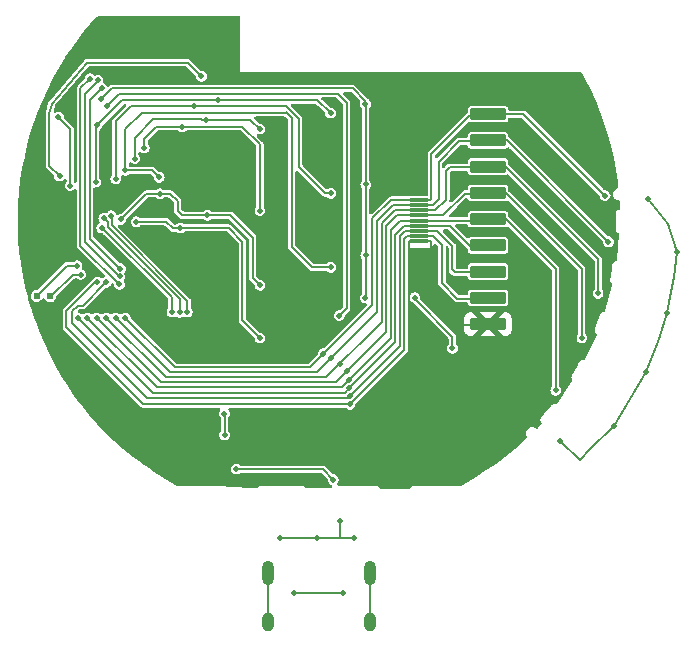
<source format=gbl>
%TF.GenerationSoftware,KiCad,Pcbnew,8.0.9-8.0.9-0~ubuntu20.04.1*%
%TF.CreationDate,2025-05-20T18:40:30+02:00*%
%TF.ProjectId,tobo,746f626f-2e6b-4696-9361-645f70636258,rev?*%
%TF.SameCoordinates,Original*%
%TF.FileFunction,Copper,L2,Bot*%
%TF.FilePolarity,Positive*%
%FSLAX46Y46*%
G04 Gerber Fmt 4.6, Leading zero omitted, Abs format (unit mm)*
G04 Created by KiCad (PCBNEW 8.0.9-8.0.9-0~ubuntu20.04.1) date 2025-05-20 18:40:30*
%MOMM*%
%LPD*%
G01*
G04 APERTURE LIST*
G04 Aperture macros list*
%AMRoundRect*
0 Rectangle with rounded corners*
0 $1 Rounding radius*
0 $2 $3 $4 $5 $6 $7 $8 $9 X,Y pos of 4 corners*
0 Add a 4 corners polygon primitive as box body*
4,1,4,$2,$3,$4,$5,$6,$7,$8,$9,$2,$3,0*
0 Add four circle primitives for the rounded corners*
1,1,$1+$1,$2,$3*
1,1,$1+$1,$4,$5*
1,1,$1+$1,$6,$7*
1,1,$1+$1,$8,$9*
0 Add four rect primitives between the rounded corners*
20,1,$1+$1,$2,$3,$4,$5,0*
20,1,$1+$1,$4,$5,$6,$7,0*
20,1,$1+$1,$6,$7,$8,$9,0*
20,1,$1+$1,$8,$9,$2,$3,0*%
G04 Aperture macros list end*
%TA.AperFunction,ComponentPad*%
%ADD10O,1.000000X2.100000*%
%TD*%
%TA.AperFunction,ComponentPad*%
%ADD11O,1.000000X1.600000*%
%TD*%
%TA.AperFunction,SMDPad,CuDef*%
%ADD12RoundRect,0.050000X-1.450000X0.450000X-1.450000X-0.450000X1.450000X-0.450000X1.450000X0.450000X0*%
%TD*%
%TA.AperFunction,SMDPad,CuDef*%
%ADD13RoundRect,0.010000X-0.740000X0.090000X-0.740000X-0.090000X0.740000X-0.090000X0.740000X0.090000X0*%
%TD*%
%TA.AperFunction,ViaPad*%
%ADD14C,0.500000*%
%TD*%
%TA.AperFunction,ViaPad*%
%ADD15C,0.610000*%
%TD*%
%TA.AperFunction,Conductor*%
%ADD16C,0.203200*%
%TD*%
G04 APERTURE END LIST*
D10*
%TO.P,J8,S1,SHIELD*%
%TO.N,GND*%
X135660000Y-119870000D03*
D11*
X135660000Y-124050000D03*
D10*
X144300000Y-119870000D03*
D11*
X144300000Y-124050000D03*
%TD*%
D12*
%TO.P,J5,1,Pin_1*%
%TO.N,/BTN0*%
X154300000Y-81036000D03*
%TO.P,J5,2,Pin_2*%
%TO.N,/BTN1*%
X154300000Y-83258500D03*
%TO.P,J5,3,Pin_3*%
%TO.N,/BTN2*%
X154300000Y-85481000D03*
%TO.P,J5,4,Pin_4*%
%TO.N,/BTN3*%
X154300000Y-87703500D03*
%TO.P,J5,5,Pin_5*%
%TO.N,/BTN4*%
X154300000Y-89926000D03*
%TO.P,J5,6,Pin_6*%
%TO.N,/BTN5*%
X154300000Y-92148500D03*
%TO.P,J5,7,Pin_7*%
%TO.N,/BTN6*%
X154300000Y-94371000D03*
%TO.P,J5,8,Pin_8*%
%TO.N,/BTN7*%
X154300000Y-96593500D03*
%TO.P,J5,9,Pin_9*%
%TO.N,GND*%
X154300000Y-98816000D03*
%TD*%
D13*
%TO.P,J6,1,Pin_1*%
%TO.N,/BTN0*%
X148500000Y-88305000D03*
%TO.P,J6,2,Pin_2*%
%TO.N,/BTN1*%
X148500000Y-88742500D03*
%TO.P,J6,3,Pin_3*%
%TO.N,/BTN2*%
X148500000Y-89180000D03*
%TO.P,J6,4,Pin_4*%
%TO.N,/BTN3*%
X148500000Y-89617500D03*
%TO.P,J6,5,Pin_5*%
%TO.N,/BTN4*%
X148500000Y-90055000D03*
%TO.P,J6,6,Pin_6*%
%TO.N,/BTN5*%
X148500000Y-90492500D03*
%TO.P,J6,7,Pin_7*%
%TO.N,/BTN6*%
X148500000Y-90930000D03*
%TO.P,J6,8,Pin_8*%
%TO.N,/BTN7*%
X148500000Y-91367500D03*
%TO.P,J6,9,Pin_9*%
%TO.N,GND*%
X148500000Y-91805000D03*
%TD*%
D14*
%TO.N,GND*%
X142934000Y-116950000D03*
X130700000Y-106140000D03*
X150330000Y-103850000D03*
X169470000Y-97900000D03*
X136400000Y-89700000D03*
X164950000Y-107460000D03*
X130810000Y-108710000D03*
X139840000Y-116940000D03*
X141750000Y-115490000D03*
X136400000Y-96300000D03*
X170350000Y-92720000D03*
X152070000Y-102540000D03*
X128120000Y-92150000D03*
X157300000Y-106460000D03*
X136720000Y-84420000D03*
X150320000Y-106140000D03*
X122100000Y-82200000D03*
X167820000Y-88250000D03*
X116610000Y-91350000D03*
X150330000Y-105050000D03*
X136700000Y-116950000D03*
X135500000Y-100900000D03*
X143030000Y-106240000D03*
X167718788Y-102899727D03*
X142910000Y-109250000D03*
X160370000Y-108690000D03*
%TO.N,+BATT*%
X143935000Y-96590000D03*
X148110000Y-96570000D03*
X143935000Y-80190000D03*
X143960000Y-92990000D03*
X143960000Y-86990000D03*
X151300000Y-100870000D03*
X121570000Y-79770000D03*
%TO.N,/MOSI*%
X120610000Y-78030000D03*
X123100000Y-95460000D03*
%TO.N,/SCK*%
X121595000Y-78805000D03*
X123190891Y-94133009D03*
%TO.N,/MISO*%
X123124822Y-94782057D03*
X121282750Y-78172750D03*
%TO.N,/RX*%
X121600000Y-90660000D03*
X127546386Y-97799877D03*
%TO.N,/TX*%
X128198412Y-97822046D03*
X121780000Y-89860000D03*
%TO.N,/BTN3*%
X142330000Y-102800000D03*
X121200000Y-98300000D03*
X162260000Y-99990000D03*
%TO.N,/BTN1*%
X122800000Y-98300000D03*
X164500000Y-91840000D03*
X141030000Y-101650000D03*
%TO.N,/BTN5*%
X142560853Y-104243618D03*
X119600000Y-98300000D03*
%TO.N,/BTN4*%
X120400000Y-98300000D03*
X160040000Y-104420000D03*
X142564209Y-103527497D03*
%TO.N,/BTN7*%
X142620000Y-105610000D03*
X121230000Y-95250000D03*
%TO.N,/BTN0*%
X164210000Y-87930000D03*
X140350000Y-101310000D03*
X123600000Y-98300000D03*
%TO.N,/BTN2*%
X141750000Y-102160000D03*
X122000000Y-98300000D03*
X163630000Y-96210000D03*
%TO.N,/BTN6*%
X142608809Y-104908427D03*
X121966382Y-95273618D03*
%TO.N,Net-(U14-VCC)*%
X142000000Y-121550000D03*
X137900000Y-121550000D03*
%TO.N,Net-(U14-UD+)*%
X133000000Y-111100000D03*
X141210000Y-111990000D03*
%TO.N,/?\u002C?*%
X118940000Y-87090000D03*
X122010000Y-80330000D03*
X117940000Y-81290000D03*
X141710000Y-98090000D03*
%TO.N,/RESET*%
X130045000Y-77835000D03*
X128850185Y-97793399D03*
X118030000Y-86280000D03*
X122392526Y-89635407D03*
%TO.N,/DTR*%
X131990000Y-106390000D03*
X132000000Y-108200000D03*
%TO.N,/1\u002C4*%
X125200000Y-83900000D03*
X128420000Y-82110000D03*
X135000000Y-89200000D03*
%TO.N,/4\u002C4*%
X135000000Y-82300000D03*
X130440000Y-81510000D03*
X124400000Y-84800000D03*
%TO.N,/2\u002C4*%
X122800000Y-86500000D03*
X129450000Y-80354000D03*
X141000000Y-87750000D03*
%TO.N,/3\u002C4*%
X121100000Y-86800000D03*
X131410000Y-79876000D03*
X121200000Y-82000000D03*
X140975000Y-80950000D03*
%TO.N,/2\u002C7*%
X119810000Y-94620000D03*
X124527018Y-90157018D03*
X135000000Y-100000000D03*
X128260000Y-90680000D03*
D15*
X117230000Y-96450000D03*
%TO.N,/2\u002C6*%
X116100000Y-96420000D03*
D14*
X135000000Y-95530000D03*
X126530000Y-87770000D03*
X123230000Y-89940000D03*
X119520000Y-93880000D03*
X130550000Y-89610000D03*
%TO.N,/2\u002C5*%
X126470000Y-86380000D03*
X141000000Y-94000000D03*
X123600000Y-85800000D03*
%TD*%
D16*
%TO.N,GND*%
X136400000Y-89700000D02*
X136400000Y-96300000D01*
X169530000Y-90370000D02*
X167820000Y-88250000D01*
X157280000Y-101796000D02*
X154300000Y-98816000D01*
X147584800Y-97700000D02*
X147584800Y-91845200D01*
X170090000Y-94830000D02*
X170350000Y-92720000D01*
X142920000Y-109260000D02*
X147200000Y-109260000D01*
X135500000Y-100900000D02*
X135500000Y-101000000D01*
X169670000Y-96950000D02*
X170090000Y-94830000D01*
X147780000Y-97280000D02*
X147590000Y-97470000D01*
X164950000Y-107460000D02*
X167718788Y-102899727D01*
X147584800Y-91845200D02*
X147625000Y-91805000D01*
X164770000Y-107460000D02*
X164950000Y-107460000D01*
X148500000Y-91805000D02*
X149405000Y-91805000D01*
X135660000Y-124050000D02*
X135660000Y-119870000D01*
X151620000Y-98880000D02*
X154300000Y-98880000D01*
X147625000Y-91805000D02*
X148500000Y-91805000D01*
X167718788Y-102899727D02*
X168790000Y-100050000D01*
X147590000Y-101620000D02*
X143030000Y-106180000D01*
X157280000Y-106440000D02*
X157280000Y-101796000D01*
X168790000Y-100050000D02*
X169470000Y-97900000D01*
X141740000Y-115500000D02*
X141750000Y-115490000D01*
X149500000Y-91900000D02*
X149500000Y-96760000D01*
X142934000Y-116950000D02*
X141740000Y-116950000D01*
X144300000Y-124050000D02*
X144300000Y-119870000D01*
X136400000Y-84700000D02*
X136400000Y-89700000D01*
X141740000Y-116950000D02*
X139850000Y-116950000D01*
X139850000Y-116950000D02*
X139840000Y-116940000D01*
X149500000Y-96760000D02*
X151620000Y-98880000D01*
X141740000Y-116950000D02*
X141740000Y-115500000D01*
X142910000Y-109250000D02*
X142920000Y-109260000D01*
X130700000Y-106140000D02*
X130700000Y-108600000D01*
X157300000Y-106460000D02*
X157280000Y-106440000D01*
X136700000Y-116950000D02*
X139830000Y-116950000D01*
X162980000Y-109430000D02*
X162090000Y-110300000D01*
X136400000Y-100000000D02*
X136400000Y-96300000D01*
X147590000Y-97470000D02*
X147590000Y-101620000D01*
X122100000Y-82200000D02*
X122000000Y-82300000D01*
X139830000Y-116950000D02*
X139840000Y-116940000D01*
X162090000Y-110300000D02*
X160370000Y-108690000D01*
X130700000Y-108600000D02*
X130810000Y-108710000D01*
X147200000Y-109260000D02*
X150320000Y-106140000D01*
X170350000Y-92720000D02*
X169530000Y-90370000D01*
X149405000Y-91805000D02*
X149500000Y-91900000D01*
X143030000Y-106180000D02*
X143030000Y-106240000D01*
X135500000Y-100900000D02*
X136400000Y-100000000D01*
X169470000Y-97900000D02*
X169670000Y-96950000D01*
X136680000Y-84420000D02*
X136400000Y-84700000D01*
X164950000Y-107460000D02*
X162980000Y-109430000D01*
%TO.N,+BATT*%
X143960000Y-87085000D02*
X143960000Y-93085000D01*
X142860000Y-78860000D02*
X143935000Y-79935000D01*
X143935000Y-79935000D02*
X143935000Y-80190000D01*
X148110000Y-96570000D02*
X148110000Y-96701200D01*
X143985000Y-93010000D02*
X143985000Y-96585000D01*
X151300000Y-99891200D02*
X151300000Y-100870000D01*
X143960000Y-87085000D02*
X143960000Y-80310000D01*
X122480000Y-78860000D02*
X142860000Y-78860000D01*
X148110000Y-96701200D02*
X151300000Y-99891200D01*
X121570000Y-79770000D02*
X122480000Y-78860000D01*
%TO.N,/MOSI*%
X119800000Y-92170000D02*
X123090000Y-95460000D01*
X120610000Y-78030000D02*
X119800000Y-78840000D01*
X123090000Y-95460000D02*
X123100000Y-95460000D01*
X119800000Y-78840000D02*
X119800000Y-92170000D01*
%TO.N,/SCK*%
X120580000Y-91570000D02*
X120580000Y-79820000D01*
X120580000Y-79820000D02*
X121595000Y-78805000D01*
X123143009Y-94133009D02*
X120580000Y-91570000D01*
X123190891Y-94133009D02*
X123143009Y-94133009D01*
%TO.N,/MISO*%
X121282750Y-78222119D02*
X121282750Y-78172750D01*
X123124822Y-94782057D02*
X123092057Y-94782057D01*
X123092057Y-94782057D02*
X120200000Y-91890000D01*
X120200000Y-91890000D02*
X120200000Y-79304869D01*
X120200000Y-79304869D02*
X121282750Y-78222119D01*
%TO.N,/RX*%
X121660000Y-90660000D02*
X127546386Y-96546386D01*
X127546386Y-96546386D02*
X127546386Y-97799877D01*
X121600000Y-90660000D02*
X121660000Y-90660000D01*
%TO.N,/TX*%
X122104000Y-90601106D02*
X128198412Y-96695518D01*
X122104000Y-90184000D02*
X122104000Y-90601106D01*
X121780000Y-89860000D02*
X122104000Y-90184000D01*
X128198412Y-96695518D02*
X128198412Y-97822046D01*
%TO.N,/BTN3*%
X145675550Y-99454450D02*
X145675550Y-90510450D01*
X152382500Y-87767500D02*
X154300000Y-87767500D01*
X146568500Y-89617500D02*
X148500000Y-89617500D01*
X126630000Y-103730000D02*
X141400000Y-103730000D01*
X121200000Y-98300000D02*
X126630000Y-103730000D01*
X148500000Y-89617500D02*
X150532500Y-89617500D01*
X162260000Y-99990000D02*
X162260000Y-94163500D01*
X150532500Y-89617500D02*
X152382500Y-87767500D01*
X162260000Y-94163500D02*
X155800000Y-87703500D01*
X145675550Y-90510450D02*
X146568500Y-89617500D01*
X155800000Y-87703500D02*
X154300000Y-87703500D01*
X141400000Y-103730000D02*
X145675550Y-99454450D01*
%TO.N,/BTN1*%
X154300000Y-83258500D02*
X155918500Y-83258500D01*
X155918500Y-83258500D02*
X164500000Y-91840000D01*
X149627500Y-88742500D02*
X150130000Y-88240000D01*
X122800000Y-98300000D02*
X127400000Y-102900000D01*
X150130000Y-88240000D02*
X150130000Y-85070000D01*
X139810392Y-102900000D02*
X144911850Y-97798542D01*
X144911850Y-97798542D02*
X144911850Y-90062750D01*
X146232100Y-88742500D02*
X148500000Y-88742500D01*
X127400000Y-102900000D02*
X139810392Y-102900000D01*
X151877500Y-83322500D02*
X154300000Y-83322500D01*
X148500000Y-88742500D02*
X149627500Y-88742500D01*
X144911850Y-90062750D02*
X146232100Y-88742500D01*
X150130000Y-85070000D02*
X151877500Y-83322500D01*
%TO.N,/BTN5*%
X146439250Y-91244350D02*
X146439250Y-100365221D01*
X151062500Y-90492500D02*
X152782500Y-92212500D01*
X148500000Y-90492500D02*
X147191100Y-90492500D01*
X146507600Y-91176000D02*
X146439250Y-91244350D01*
X148500000Y-90492500D02*
X151062500Y-90492500D01*
X125920000Y-104620000D02*
X119600000Y-98300000D01*
X147191100Y-90492500D02*
X146507600Y-91176000D01*
X152782500Y-92212500D02*
X154300000Y-92212500D01*
X146439250Y-100365221D02*
X142560853Y-104243618D01*
X142184471Y-104620000D02*
X125920000Y-104620000D01*
X142560853Y-104243618D02*
X142184471Y-104620000D01*
%TO.N,/BTN4*%
X154235000Y-90055000D02*
X154300000Y-89990000D01*
X146057400Y-100034306D02*
X142564209Y-103527497D01*
X146891800Y-90055000D02*
X146146800Y-90800000D01*
X126280000Y-104180000D02*
X120400000Y-98300000D01*
X154300000Y-89926000D02*
X155800000Y-89926000D01*
X142564209Y-103527497D02*
X142554642Y-103537064D01*
X146057400Y-90889400D02*
X146057400Y-100034306D01*
X155800000Y-89926000D02*
X160040000Y-94166000D01*
X148500000Y-90055000D02*
X154235000Y-90055000D01*
X148500000Y-90055000D02*
X146891800Y-90055000D01*
X160040000Y-94166000D02*
X160040000Y-104420000D01*
X146146800Y-90800000D02*
X146057400Y-90889400D01*
X141911706Y-104180000D02*
X126280000Y-104180000D01*
X142564209Y-103527497D02*
X141911706Y-104180000D01*
%TO.N,/BTN7*%
X147229200Y-91626250D02*
X147229200Y-101000800D01*
X121070000Y-95250000D02*
X119425600Y-96894400D01*
X147461700Y-91367500D02*
X147229200Y-91600000D01*
X148500000Y-91367500D02*
X147461700Y-91367500D01*
X119422706Y-96894400D02*
X118610000Y-97707106D01*
X118610000Y-99080000D02*
X125140000Y-105610000D01*
X118610000Y-97707106D02*
X118610000Y-99080000D01*
X149637500Y-91367500D02*
X150410000Y-92140000D01*
X151707500Y-96657500D02*
X154300000Y-96657500D01*
X148500000Y-91367500D02*
X149637500Y-91367500D01*
X150410000Y-95360000D02*
X151707500Y-96657500D01*
X119425600Y-96894400D02*
X119422706Y-96894400D01*
X121230000Y-95250000D02*
X121070000Y-95250000D01*
X150410000Y-92140000D02*
X150410000Y-95360000D01*
X147229200Y-101000800D02*
X142620000Y-105610000D01*
X125140000Y-105610000D02*
X142620000Y-105610000D01*
%TO.N,/BTN0*%
X149395000Y-88305000D02*
X149500000Y-88200000D01*
X149500000Y-84400000D02*
X152800000Y-81100000D01*
X148500000Y-88305000D02*
X149395000Y-88305000D01*
X144530000Y-89870000D02*
X146095000Y-88305000D01*
X157306000Y-81036000D02*
X154300000Y-81036000D01*
X146095000Y-88305000D02*
X148500000Y-88305000D01*
X144530000Y-97170000D02*
X144530000Y-89870000D01*
X164210000Y-87930000D02*
X164200000Y-87930000D01*
X127770000Y-102470000D02*
X139230000Y-102470000D01*
X164200000Y-87930000D02*
X157306000Y-81036000D01*
X139230000Y-102470000D02*
X144530000Y-97170000D01*
X149500000Y-88200000D02*
X149500000Y-84400000D01*
X152800000Y-81100000D02*
X154300000Y-81100000D01*
X123600000Y-98300000D02*
X127770000Y-102470000D01*
%TO.N,/BTN2*%
X127030000Y-103330000D02*
X122000000Y-98300000D01*
X150750000Y-85859600D02*
X151064600Y-85545000D01*
X163630000Y-96210000D02*
X163630000Y-93311000D01*
X148500000Y-89180000D02*
X146420000Y-89180000D01*
X140600000Y-103330000D02*
X127030000Y-103330000D01*
X145293700Y-90306300D02*
X145293700Y-98636300D01*
X148500000Y-89180000D02*
X149860000Y-89180000D01*
X149860000Y-89180000D02*
X150750000Y-88290000D01*
X145293700Y-98636300D02*
X140600000Y-103330000D01*
X146420000Y-89180000D02*
X145425200Y-90174800D01*
X145425200Y-90174800D02*
X145293700Y-90306300D01*
X150750000Y-88290000D02*
X150750000Y-85859600D01*
X163630000Y-93311000D02*
X155800000Y-85481000D01*
X155800000Y-85481000D02*
X154300000Y-85481000D01*
X151064600Y-85545000D02*
X154300000Y-85545000D01*
%TO.N,/BTN6*%
X142608809Y-104908427D02*
X146821100Y-100696136D01*
X147309600Y-90930000D02*
X148500000Y-90930000D01*
X121966382Y-95273618D02*
X119990000Y-97250000D01*
X146821100Y-100696136D02*
X146821100Y-91418500D01*
X119570000Y-97250000D02*
X119096000Y-97724000D01*
X150030000Y-90930000D02*
X151290000Y-92190000D01*
X146868400Y-91371200D02*
X147309600Y-90930000D01*
X119096000Y-98696000D02*
X125480000Y-105080000D01*
X119990000Y-97250000D02*
X119570000Y-97250000D01*
X125480000Y-105080000D02*
X142437236Y-105080000D01*
X146821100Y-91418500D02*
X146868400Y-91371200D01*
X151290000Y-94190000D02*
X151535000Y-94435000D01*
X151290000Y-92190000D02*
X151290000Y-94190000D01*
X119096000Y-97724000D02*
X119096000Y-98696000D01*
X148500000Y-90930000D02*
X150030000Y-90930000D01*
X142437236Y-105080000D02*
X142608809Y-104908427D01*
X151535000Y-94435000D02*
X154300000Y-94435000D01*
%TO.N,Net-(U14-VCC)*%
X137900000Y-121550000D02*
X142000000Y-121550000D01*
%TO.N,Net-(U14-UD+)*%
X140320000Y-111100000D02*
X141210000Y-111990000D01*
X133000000Y-111100000D02*
X140320000Y-111100000D01*
%TO.N,/?\u002C?*%
X142360000Y-97440000D02*
X142360000Y-80090000D01*
X141710000Y-98090000D02*
X142360000Y-97440000D01*
X118940000Y-87090000D02*
X118930000Y-87080000D01*
X123040000Y-79300000D02*
X122010000Y-80330000D01*
X118930000Y-82280000D02*
X117940000Y-81290000D01*
X118930000Y-87080000D02*
X118930000Y-82280000D01*
X141570000Y-79300000D02*
X123040000Y-79300000D01*
X142360000Y-80090000D02*
X141570000Y-79300000D01*
%TO.N,/RESET*%
X117360000Y-80180000D02*
X117180000Y-81040000D01*
X122459600Y-89702481D02*
X122459600Y-90453812D01*
X122392526Y-89635407D02*
X122459600Y-89702481D01*
X130045000Y-77835000D02*
X128880000Y-76670000D01*
X128850185Y-96844397D02*
X128850185Y-97793399D01*
X122459600Y-90453812D02*
X128850185Y-96844397D01*
X117180000Y-85430000D02*
X118030000Y-86280000D01*
X120370000Y-76670000D02*
X117360000Y-80180000D01*
X128880000Y-76670000D02*
X120370000Y-76670000D01*
X117180000Y-81040000D02*
X117180000Y-85430000D01*
%TO.N,/DTR*%
X131990000Y-106390000D02*
X132000000Y-106400000D01*
X132000000Y-106400000D02*
X132000000Y-108200000D01*
%TO.N,/1\u002C4*%
X125200000Y-83130000D02*
X125200000Y-83900000D01*
X133500000Y-82100000D02*
X126230000Y-82100000D01*
X135000000Y-89200000D02*
X135000000Y-83600000D01*
X135000000Y-83600000D02*
X133500000Y-82100000D01*
X126230000Y-82100000D02*
X125200000Y-83130000D01*
%TO.N,/4\u002C4*%
X130060000Y-81490000D02*
X125944314Y-81490000D01*
X125944314Y-81490000D02*
X124400000Y-83034314D01*
X134200000Y-81500000D02*
X135000000Y-82300000D01*
X130070000Y-81500000D02*
X130060000Y-81490000D01*
X130070000Y-81500000D02*
X134200000Y-81500000D01*
X124400000Y-83034314D02*
X124400000Y-84800000D01*
%TO.N,/2\u002C4*%
X140550000Y-87750000D02*
X141000000Y-87750000D01*
X138300000Y-85500000D02*
X140550000Y-87750000D01*
X137265686Y-80400000D02*
X138300000Y-81434314D01*
X138300000Y-81434314D02*
X138300000Y-85500000D01*
X137265686Y-80380000D02*
X124050000Y-80380000D01*
X124050000Y-80380000D02*
X122800000Y-81630000D01*
X122800000Y-81630000D02*
X122800000Y-86500000D01*
%TO.N,/3\u002C4*%
X121100000Y-82100000D02*
X121200000Y-82000000D01*
X131060000Y-79840000D02*
X139825000Y-79840000D01*
X131050000Y-79830000D02*
X131040000Y-79840000D01*
X123360000Y-79840000D02*
X121200000Y-82000000D01*
X131050000Y-79830000D02*
X131060000Y-79840000D01*
X121100000Y-86800000D02*
X121100000Y-82100000D01*
X131040000Y-79840000D02*
X123360000Y-79840000D01*
X139825000Y-79840000D02*
X140975000Y-80950000D01*
X121200000Y-82000000D02*
X121351471Y-82000000D01*
%TO.N,/2\u002C7*%
X133510000Y-91830000D02*
X133510000Y-98510000D01*
X119150000Y-94620000D02*
X119810000Y-94620000D01*
X127087018Y-90157018D02*
X124527018Y-90157018D01*
X127620000Y-90690000D02*
X127087018Y-90157018D01*
X132350000Y-90670000D02*
X133510000Y-91830000D01*
X133510000Y-98510000D02*
X135000000Y-100000000D01*
X128270000Y-90670000D02*
X132350000Y-90670000D01*
X117230000Y-96450000D02*
X117230000Y-96530000D01*
X128250000Y-90690000D02*
X127620000Y-90690000D01*
X128260000Y-90680000D02*
X128250000Y-90690000D01*
X117230000Y-96530000D02*
X117250000Y-96550000D01*
X128260000Y-90680000D02*
X128270000Y-90670000D01*
X117320000Y-96450000D02*
X119150000Y-94620000D01*
X117230000Y-96450000D02*
X117320000Y-96450000D01*
%TO.N,/2\u002C6*%
X118640000Y-93880000D02*
X119520000Y-93880000D01*
X116100000Y-96420000D02*
X116100000Y-96480000D01*
X116100000Y-96420000D02*
X118640000Y-93880000D01*
X128040000Y-88420000D02*
X127410000Y-87790000D01*
X128040000Y-89220000D02*
X128040000Y-88420000D01*
X125380000Y-87790000D02*
X123230000Y-89940000D01*
X134400000Y-94930000D02*
X134400000Y-91501632D01*
X135000000Y-95530000D02*
X134400000Y-94930000D01*
X132498368Y-89600000D02*
X128420000Y-89600000D01*
X134400000Y-91501632D02*
X132498368Y-89600000D01*
X127410000Y-87790000D02*
X125380000Y-87790000D01*
X116100000Y-96480000D02*
X116120000Y-96500000D01*
X128420000Y-89600000D02*
X128040000Y-89220000D01*
%TO.N,/2\u002C5*%
X137700000Y-92300000D02*
X139400000Y-94000000D01*
X125890000Y-85800000D02*
X123600000Y-85800000D01*
X132140000Y-80920000D02*
X137200000Y-80920000D01*
X132140000Y-80920000D02*
X124980000Y-80920000D01*
X137700000Y-81400000D02*
X137700000Y-92300000D01*
X137200000Y-80900000D02*
X137700000Y-81400000D01*
X126470000Y-86380000D02*
X125890000Y-85800000D01*
X123600000Y-82300000D02*
X123600000Y-85800000D01*
X124980000Y-80920000D02*
X123600000Y-82300000D01*
X139400000Y-94000000D02*
X141000000Y-94000000D01*
%TD*%
%TA.AperFunction,Conductor*%
%TO.N,GND*%
G36*
X142750543Y-79181785D02*
G01*
X142771185Y-79198419D01*
X143480135Y-79907369D01*
X143513620Y-79968692D01*
X143508636Y-80038384D01*
X143505251Y-80046555D01*
X143498305Y-80061766D01*
X143498302Y-80061774D01*
X143479867Y-80190000D01*
X143498302Y-80318225D01*
X143538114Y-80405399D01*
X143552118Y-80436063D01*
X143627614Y-80523191D01*
X143656638Y-80586747D01*
X143657900Y-80604393D01*
X143657900Y-86604458D01*
X143638215Y-86671497D01*
X143627614Y-86685659D01*
X143577120Y-86743932D01*
X143577117Y-86743938D01*
X143523302Y-86861774D01*
X143504867Y-86990000D01*
X143523302Y-87118225D01*
X143573813Y-87228826D01*
X143577118Y-87236063D01*
X143627613Y-87294338D01*
X143656638Y-87357893D01*
X143657900Y-87375540D01*
X143657900Y-92604458D01*
X143638215Y-92671497D01*
X143627614Y-92685659D01*
X143577120Y-92743932D01*
X143577117Y-92743938D01*
X143523302Y-92861774D01*
X143504867Y-92990000D01*
X143523302Y-93118225D01*
X143558088Y-93194394D01*
X143577118Y-93236063D01*
X143652614Y-93323191D01*
X143681638Y-93386747D01*
X143682900Y-93404393D01*
X143682900Y-96149588D01*
X143663215Y-96216627D01*
X143640106Y-96243298D01*
X143636954Y-96246029D01*
X143552118Y-96343937D01*
X143552117Y-96343938D01*
X143498302Y-96461774D01*
X143479867Y-96590000D01*
X143498302Y-96718225D01*
X143542984Y-96816063D01*
X143552118Y-96836063D01*
X143636951Y-96933967D01*
X143745931Y-97004004D01*
X143870225Y-97040499D01*
X143870227Y-97040500D01*
X143932904Y-97040500D01*
X143999943Y-97060185D01*
X144045698Y-97112989D01*
X144055642Y-97182147D01*
X144026617Y-97245703D01*
X144020585Y-97252181D01*
X140449585Y-100823181D01*
X140388262Y-100856666D01*
X140361904Y-100859500D01*
X140285226Y-100859500D01*
X140160935Y-100895994D01*
X140160932Y-100895995D01*
X140160931Y-100895996D01*
X140109677Y-100928934D01*
X140051950Y-100966033D01*
X139967118Y-101063937D01*
X139967117Y-101063938D01*
X139913302Y-101181774D01*
X139894867Y-101310000D01*
X139894867Y-101318869D01*
X139892997Y-101318869D01*
X139884619Y-101377096D01*
X139859511Y-101413253D01*
X139141185Y-102131581D01*
X139079862Y-102165066D01*
X139053504Y-102167900D01*
X127946496Y-102167900D01*
X127879457Y-102148215D01*
X127858815Y-102131581D01*
X124089001Y-98361767D01*
X124055516Y-98300444D01*
X124053944Y-98291732D01*
X124051185Y-98272545D01*
X124036697Y-98171774D01*
X123982882Y-98053937D01*
X123898049Y-97956033D01*
X123789069Y-97885996D01*
X123789065Y-97885994D01*
X123789064Y-97885994D01*
X123664774Y-97849500D01*
X123664772Y-97849500D01*
X123535228Y-97849500D01*
X123535226Y-97849500D01*
X123410935Y-97885994D01*
X123410932Y-97885995D01*
X123410931Y-97885996D01*
X123369435Y-97912663D01*
X123301948Y-97956034D01*
X123293713Y-97965539D01*
X123234936Y-98003314D01*
X123165066Y-98003314D01*
X123106288Y-97965540D01*
X123106287Y-97965539D01*
X123098051Y-97956034D01*
X123077301Y-97942699D01*
X122989069Y-97885996D01*
X122989065Y-97885994D01*
X122989064Y-97885994D01*
X122864774Y-97849500D01*
X122864772Y-97849500D01*
X122735228Y-97849500D01*
X122735226Y-97849500D01*
X122610935Y-97885994D01*
X122610932Y-97885995D01*
X122610931Y-97885996D01*
X122569435Y-97912663D01*
X122501948Y-97956034D01*
X122493713Y-97965539D01*
X122434936Y-98003314D01*
X122365066Y-98003314D01*
X122306288Y-97965540D01*
X122306287Y-97965539D01*
X122298051Y-97956034D01*
X122277301Y-97942699D01*
X122189069Y-97885996D01*
X122189065Y-97885994D01*
X122189064Y-97885994D01*
X122064774Y-97849500D01*
X122064772Y-97849500D01*
X121935228Y-97849500D01*
X121935226Y-97849500D01*
X121810935Y-97885994D01*
X121810932Y-97885995D01*
X121810931Y-97885996D01*
X121769435Y-97912663D01*
X121701948Y-97956034D01*
X121693713Y-97965539D01*
X121634936Y-98003314D01*
X121565066Y-98003314D01*
X121506288Y-97965540D01*
X121506287Y-97965539D01*
X121498051Y-97956034D01*
X121477301Y-97942699D01*
X121389069Y-97885996D01*
X121389065Y-97885994D01*
X121389064Y-97885994D01*
X121264774Y-97849500D01*
X121264772Y-97849500D01*
X121135228Y-97849500D01*
X121135226Y-97849500D01*
X121010935Y-97885994D01*
X121010932Y-97885995D01*
X121010931Y-97885996D01*
X120969435Y-97912663D01*
X120901948Y-97956034D01*
X120893713Y-97965539D01*
X120834936Y-98003314D01*
X120765066Y-98003314D01*
X120706288Y-97965540D01*
X120706287Y-97965539D01*
X120698051Y-97956034D01*
X120677301Y-97942699D01*
X120589069Y-97885996D01*
X120589065Y-97885994D01*
X120589064Y-97885994D01*
X120464774Y-97849500D01*
X120464772Y-97849500D01*
X120335228Y-97849500D01*
X120335226Y-97849500D01*
X120210935Y-97885994D01*
X120210932Y-97885995D01*
X120210931Y-97885996D01*
X120169435Y-97912663D01*
X120101948Y-97956034D01*
X120093713Y-97965539D01*
X120034936Y-98003314D01*
X119965066Y-98003314D01*
X119906288Y-97965540D01*
X119906287Y-97965539D01*
X119898051Y-97956034D01*
X119877301Y-97942699D01*
X119789069Y-97885996D01*
X119789065Y-97885994D01*
X119789064Y-97885994D01*
X119658871Y-97847767D01*
X119600093Y-97809994D01*
X119571067Y-97746438D01*
X119581010Y-97677280D01*
X119606122Y-97641111D01*
X119658816Y-97588418D01*
X119720139Y-97554934D01*
X119746496Y-97552100D01*
X120029769Y-97552100D01*
X120029772Y-97552100D01*
X120052602Y-97545982D01*
X120106605Y-97531514D01*
X120106607Y-97531513D01*
X120175494Y-97491740D01*
X121906797Y-95760437D01*
X121968120Y-95726952D01*
X121994478Y-95724118D01*
X122031155Y-95724118D01*
X122031155Y-95724117D01*
X122155451Y-95687622D01*
X122264431Y-95617585D01*
X122349264Y-95519681D01*
X122392072Y-95425945D01*
X122437824Y-95373145D01*
X122504863Y-95353460D01*
X122571903Y-95373144D01*
X122592545Y-95389779D01*
X122612677Y-95409911D01*
X122646162Y-95471234D01*
X122647734Y-95479944D01*
X122663302Y-95588225D01*
X122709087Y-95688478D01*
X122717118Y-95706063D01*
X122801951Y-95803967D01*
X122910931Y-95874004D01*
X123035225Y-95910499D01*
X123035227Y-95910500D01*
X123035228Y-95910500D01*
X123164773Y-95910500D01*
X123164773Y-95910499D01*
X123289069Y-95874004D01*
X123398049Y-95803967D01*
X123482882Y-95706063D01*
X123536697Y-95588226D01*
X123555133Y-95460000D01*
X123536697Y-95331774D01*
X123482882Y-95213937D01*
X123482879Y-95213934D01*
X123478087Y-95206476D01*
X123479987Y-95205254D01*
X123456124Y-95152989D01*
X123466073Y-95083831D01*
X123485151Y-95054148D01*
X123507701Y-95028124D01*
X123507701Y-95028122D01*
X123507704Y-95028120D01*
X123561519Y-94910283D01*
X123579955Y-94782057D01*
X123561519Y-94653831D01*
X123516681Y-94555652D01*
X123506738Y-94486494D01*
X123535763Y-94422939D01*
X123573770Y-94379076D01*
X123573770Y-94379074D01*
X123573773Y-94379072D01*
X123627588Y-94261235D01*
X123646024Y-94133009D01*
X123627588Y-94004783D01*
X123573773Y-93886946D01*
X123488940Y-93789042D01*
X123379960Y-93719005D01*
X123379956Y-93719003D01*
X123379955Y-93719003D01*
X123255665Y-93682509D01*
X123255663Y-93682509D01*
X123171105Y-93682509D01*
X123104066Y-93662824D01*
X123083424Y-93646190D01*
X120918419Y-91481185D01*
X120884934Y-91419862D01*
X120882100Y-91393504D01*
X120882100Y-90660000D01*
X121144867Y-90660000D01*
X121163302Y-90788225D01*
X121177509Y-90819333D01*
X121217118Y-90906063D01*
X121301951Y-91003967D01*
X121410931Y-91074004D01*
X121479050Y-91094005D01*
X121535225Y-91110499D01*
X121535227Y-91110500D01*
X121631904Y-91110500D01*
X121698943Y-91130185D01*
X121719585Y-91146819D01*
X127207967Y-96635201D01*
X127241452Y-96696524D01*
X127244286Y-96722882D01*
X127244286Y-97414335D01*
X127224601Y-97481374D01*
X127214000Y-97495536D01*
X127163506Y-97553809D01*
X127163503Y-97553815D01*
X127109688Y-97671651D01*
X127091253Y-97799877D01*
X127109688Y-97928102D01*
X127163503Y-98045938D01*
X127163504Y-98045940D01*
X127248337Y-98143844D01*
X127357317Y-98213881D01*
X127481611Y-98250376D01*
X127481613Y-98250377D01*
X127481614Y-98250377D01*
X127611159Y-98250377D01*
X127611159Y-98250376D01*
X127720657Y-98218226D01*
X127735449Y-98213883D01*
X127735449Y-98213882D01*
X127735455Y-98213881D01*
X127788115Y-98180037D01*
X127855148Y-98160355D01*
X127922188Y-98180039D01*
X128009343Y-98236050D01*
X128009344Y-98236050D01*
X128009347Y-98236052D01*
X128133637Y-98272545D01*
X128133639Y-98272546D01*
X128133640Y-98272546D01*
X128263185Y-98272546D01*
X128263185Y-98272545D01*
X128360753Y-98243898D01*
X128387478Y-98236051D01*
X128387478Y-98236050D01*
X128387481Y-98236050D01*
X128479547Y-98176883D01*
X128546586Y-98157198D01*
X128613623Y-98176881D01*
X128661116Y-98207403D01*
X128758685Y-98236051D01*
X128785410Y-98243898D01*
X128785412Y-98243899D01*
X128785413Y-98243899D01*
X128914958Y-98243899D01*
X128914958Y-98243898D01*
X129039254Y-98207403D01*
X129148234Y-98137366D01*
X129233067Y-98039462D01*
X129286882Y-97921625D01*
X129305318Y-97793399D01*
X129286882Y-97665173D01*
X129233067Y-97547336D01*
X129233065Y-97547334D01*
X129233064Y-97547331D01*
X129182571Y-97489058D01*
X129153547Y-97425502D01*
X129152285Y-97407857D01*
X129152285Y-96804626D01*
X129152284Y-96804620D01*
X129143765Y-96772826D01*
X129140734Y-96761513D01*
X129131698Y-96727790D01*
X129091925Y-96658903D01*
X129091923Y-96658901D01*
X129091922Y-96658899D01*
X123025012Y-90591990D01*
X122991527Y-90530667D01*
X122996511Y-90460975D01*
X123038383Y-90405042D01*
X123103847Y-90380625D01*
X123147625Y-90385331D01*
X123165228Y-90390500D01*
X123165230Y-90390500D01*
X123294773Y-90390500D01*
X123294773Y-90390499D01*
X123419069Y-90354004D01*
X123528049Y-90283967D01*
X123612882Y-90186063D01*
X123626147Y-90157018D01*
X124071885Y-90157018D01*
X124090320Y-90285243D01*
X124136030Y-90385332D01*
X124144136Y-90403081D01*
X124228969Y-90500985D01*
X124337949Y-90571022D01*
X124462243Y-90607517D01*
X124462245Y-90607518D01*
X124462246Y-90607518D01*
X124591791Y-90607518D01*
X124591791Y-90607517D01*
X124716084Y-90571023D01*
X124716085Y-90571023D01*
X124728392Y-90563114D01*
X124825067Y-90500985D01*
X124825074Y-90500976D01*
X124831764Y-90495181D01*
X124832827Y-90496408D01*
X124883044Y-90464139D01*
X124917974Y-90459118D01*
X126910522Y-90459118D01*
X126977561Y-90478803D01*
X126998203Y-90495437D01*
X127378260Y-90875494D01*
X127434506Y-90931740D01*
X127503394Y-90971513D01*
X127580228Y-90992100D01*
X127878925Y-90992100D01*
X127945964Y-91011785D01*
X127960128Y-91022387D01*
X127961949Y-91023965D01*
X127961951Y-91023967D01*
X128070931Y-91094004D01*
X128195225Y-91130499D01*
X128195227Y-91130500D01*
X128195228Y-91130500D01*
X128324773Y-91130500D01*
X128324773Y-91130499D01*
X128449069Y-91094004D01*
X128558049Y-91023967D01*
X128559418Y-91022387D01*
X128565907Y-91014899D01*
X128624684Y-90977124D01*
X128659621Y-90972100D01*
X132173504Y-90972100D01*
X132240543Y-90991785D01*
X132261185Y-91008419D01*
X133171581Y-91918815D01*
X133205066Y-91980138D01*
X133207900Y-92006496D01*
X133207900Y-98549775D01*
X133228485Y-98626605D01*
X133268261Y-98695496D01*
X134510998Y-99938232D01*
X134544483Y-99999555D01*
X134546055Y-100008266D01*
X134563302Y-100128225D01*
X134612550Y-100236061D01*
X134617118Y-100246063D01*
X134701951Y-100343967D01*
X134810931Y-100414004D01*
X134935225Y-100450499D01*
X134935227Y-100450500D01*
X134935228Y-100450500D01*
X135064773Y-100450500D01*
X135064773Y-100450499D01*
X135189069Y-100414004D01*
X135298049Y-100343967D01*
X135382882Y-100246063D01*
X135436697Y-100128226D01*
X135455133Y-100000000D01*
X135436697Y-99871774D01*
X135382882Y-99753937D01*
X135298049Y-99656033D01*
X135189069Y-99585996D01*
X135189065Y-99585994D01*
X135189064Y-99585994D01*
X135064774Y-99549500D01*
X135064772Y-99549500D01*
X135028096Y-99549500D01*
X134961057Y-99529815D01*
X134940415Y-99513181D01*
X133848419Y-98421185D01*
X133814934Y-98359862D01*
X133812100Y-98333504D01*
X133812100Y-91790230D01*
X133812099Y-91790226D01*
X133808885Y-91778232D01*
X133802793Y-91755494D01*
X133791513Y-91713393D01*
X133791513Y-91713392D01*
X133751738Y-91644503D01*
X132535496Y-90428261D01*
X132466605Y-90388485D01*
X132389775Y-90367900D01*
X132389772Y-90367900D01*
X128641075Y-90367900D01*
X128574036Y-90348215D01*
X128559872Y-90337613D01*
X128558049Y-90336033D01*
X128526928Y-90316033D01*
X128449069Y-90265996D01*
X128449065Y-90265994D01*
X128449064Y-90265994D01*
X128324774Y-90229500D01*
X128324772Y-90229500D01*
X128195228Y-90229500D01*
X128195226Y-90229500D01*
X128070935Y-90265994D01*
X128070932Y-90265995D01*
X128070931Y-90265996D01*
X128029435Y-90292663D01*
X127961948Y-90336034D01*
X127954093Y-90345101D01*
X127895316Y-90382876D01*
X127860379Y-90387900D01*
X127796496Y-90387900D01*
X127729457Y-90368215D01*
X127708815Y-90351581D01*
X127272514Y-89915279D01*
X127203623Y-89875503D01*
X127126793Y-89854918D01*
X127126790Y-89854918D01*
X124917974Y-89854918D01*
X124850935Y-89835233D01*
X124831879Y-89818722D01*
X124831764Y-89818855D01*
X124825070Y-89813055D01*
X124825067Y-89813051D01*
X124825062Y-89813047D01*
X124825060Y-89813046D01*
X124716084Y-89743012D01*
X124591792Y-89706518D01*
X124591790Y-89706518D01*
X124462246Y-89706518D01*
X124462244Y-89706518D01*
X124337953Y-89743012D01*
X124337950Y-89743013D01*
X124337949Y-89743014D01*
X124287339Y-89775539D01*
X124228968Y-89813051D01*
X124144136Y-89910955D01*
X124144135Y-89910956D01*
X124090320Y-90028792D01*
X124071885Y-90157018D01*
X123626147Y-90157018D01*
X123666697Y-90068226D01*
X123683944Y-89948264D01*
X123712969Y-89884710D01*
X123718987Y-89878245D01*
X125468815Y-88128419D01*
X125530138Y-88094934D01*
X125556496Y-88092100D01*
X126161515Y-88092100D01*
X126228554Y-88111784D01*
X126231951Y-88113967D01*
X126340931Y-88184004D01*
X126465225Y-88220499D01*
X126465227Y-88220500D01*
X126465228Y-88220500D01*
X126594773Y-88220500D01*
X126594773Y-88220499D01*
X126719069Y-88184004D01*
X126828049Y-88113967D01*
X126828048Y-88113967D01*
X126831446Y-88111784D01*
X126898485Y-88092100D01*
X127233504Y-88092100D01*
X127300543Y-88111785D01*
X127321185Y-88128419D01*
X127701581Y-88508815D01*
X127735066Y-88570138D01*
X127737900Y-88596496D01*
X127737900Y-89259775D01*
X127758485Y-89336605D01*
X127798261Y-89405496D01*
X128234503Y-89841738D01*
X128303394Y-89881514D01*
X128380224Y-89902099D01*
X128380228Y-89902100D01*
X128459772Y-89902100D01*
X130150379Y-89902100D01*
X130217418Y-89921785D01*
X130244093Y-89944899D01*
X130251948Y-89953965D01*
X130251950Y-89953966D01*
X130251951Y-89953967D01*
X130360931Y-90024004D01*
X130377238Y-90028792D01*
X130485225Y-90060499D01*
X130485227Y-90060500D01*
X130485228Y-90060500D01*
X130614773Y-90060500D01*
X130614773Y-90060499D01*
X130739069Y-90024004D01*
X130848049Y-89953967D01*
X130852989Y-89948266D01*
X130855907Y-89944899D01*
X130914684Y-89907124D01*
X130949621Y-89902100D01*
X132321872Y-89902100D01*
X132388911Y-89921785D01*
X132409553Y-89938419D01*
X134061581Y-91590447D01*
X134095066Y-91651770D01*
X134097900Y-91678128D01*
X134097900Y-94890228D01*
X134097900Y-94969772D01*
X134097901Y-94969774D01*
X134118485Y-95046605D01*
X134158261Y-95115496D01*
X134510998Y-95468232D01*
X134544483Y-95529555D01*
X134546055Y-95538266D01*
X134563302Y-95658225D01*
X134593395Y-95724118D01*
X134617118Y-95776063D01*
X134701951Y-95873967D01*
X134810931Y-95944004D01*
X134878822Y-95963938D01*
X134935225Y-95980499D01*
X134935227Y-95980500D01*
X134935228Y-95980500D01*
X135064773Y-95980500D01*
X135064773Y-95980499D01*
X135189069Y-95944004D01*
X135298049Y-95873967D01*
X135382882Y-95776063D01*
X135436697Y-95658226D01*
X135455133Y-95530000D01*
X135436697Y-95401774D01*
X135382882Y-95283937D01*
X135298049Y-95186033D01*
X135189069Y-95115996D01*
X135189065Y-95115994D01*
X135189064Y-95115994D01*
X135064774Y-95079500D01*
X135064772Y-95079500D01*
X135028096Y-95079500D01*
X134961057Y-95059815D01*
X134940415Y-95043181D01*
X134738419Y-94841185D01*
X134704934Y-94779862D01*
X134702100Y-94753504D01*
X134702100Y-91461861D01*
X134702099Y-91461857D01*
X134692491Y-91425996D01*
X134681513Y-91385025D01*
X134641740Y-91316138D01*
X134641738Y-91316136D01*
X134641737Y-91316134D01*
X132683864Y-89358261D01*
X132614973Y-89318485D01*
X132538143Y-89297900D01*
X132538140Y-89297900D01*
X130931075Y-89297900D01*
X130864036Y-89278215D01*
X130849872Y-89267613D01*
X130848049Y-89266033D01*
X130739069Y-89195996D01*
X130739065Y-89195994D01*
X130739064Y-89195994D01*
X130614774Y-89159500D01*
X130614772Y-89159500D01*
X130485228Y-89159500D01*
X130485226Y-89159500D01*
X130360935Y-89195994D01*
X130360932Y-89195995D01*
X130360931Y-89195996D01*
X130354701Y-89200000D01*
X130251950Y-89266033D01*
X130250128Y-89267613D01*
X130247934Y-89268614D01*
X130244489Y-89270829D01*
X130244170Y-89270333D01*
X130186572Y-89296638D01*
X130168925Y-89297900D01*
X128596496Y-89297900D01*
X128529457Y-89278215D01*
X128508815Y-89261581D01*
X128378419Y-89131185D01*
X128344934Y-89069862D01*
X128342100Y-89043504D01*
X128342100Y-88380228D01*
X128342099Y-88380225D01*
X128341212Y-88376913D01*
X128328581Y-88329772D01*
X128321513Y-88303393D01*
X128321512Y-88303392D01*
X128321512Y-88303390D01*
X128290817Y-88250228D01*
X128281740Y-88234506D01*
X128281739Y-88234505D01*
X128281738Y-88234503D01*
X127595496Y-87548261D01*
X127526605Y-87508485D01*
X127449775Y-87487900D01*
X127449772Y-87487900D01*
X126938286Y-87487900D01*
X126871247Y-87468215D01*
X126844572Y-87445102D01*
X126842907Y-87443181D01*
X126828049Y-87426033D01*
X126719069Y-87355996D01*
X126719065Y-87355994D01*
X126719064Y-87355994D01*
X126594774Y-87319500D01*
X126594772Y-87319500D01*
X126465228Y-87319500D01*
X126465226Y-87319500D01*
X126340935Y-87355994D01*
X126340932Y-87355995D01*
X126340931Y-87355996D01*
X126295274Y-87385338D01*
X126231950Y-87426033D01*
X126215428Y-87445102D01*
X126156650Y-87482877D01*
X126121714Y-87487900D01*
X125340224Y-87487900D01*
X125263394Y-87508485D01*
X125194503Y-87548261D01*
X123289585Y-89453181D01*
X123228262Y-89486666D01*
X123201904Y-89489500D01*
X123165226Y-89489500D01*
X123040933Y-89525994D01*
X123040932Y-89525995D01*
X123004287Y-89549545D01*
X122937247Y-89569229D01*
X122870208Y-89549543D01*
X122824455Y-89496741D01*
X122804616Y-89453300D01*
X122775408Y-89389344D01*
X122690575Y-89291440D01*
X122581595Y-89221403D01*
X122581591Y-89221401D01*
X122581590Y-89221401D01*
X122457300Y-89184907D01*
X122457298Y-89184907D01*
X122327754Y-89184907D01*
X122327752Y-89184907D01*
X122203461Y-89221401D01*
X122203458Y-89221402D01*
X122203457Y-89221403D01*
X122174470Y-89240032D01*
X122094475Y-89291440D01*
X122014466Y-89383777D01*
X121955688Y-89421551D01*
X121885820Y-89421552D01*
X121844772Y-89409500D01*
X121715228Y-89409500D01*
X121715226Y-89409500D01*
X121590935Y-89445994D01*
X121590932Y-89445995D01*
X121590931Y-89445996D01*
X121579566Y-89453300D01*
X121481950Y-89516033D01*
X121397118Y-89613937D01*
X121397117Y-89613938D01*
X121343302Y-89731774D01*
X121324867Y-89860000D01*
X121343302Y-89988225D01*
X121397118Y-90106063D01*
X121397761Y-90107064D01*
X121398095Y-90108204D01*
X121400802Y-90114130D01*
X121399949Y-90114519D01*
X121417444Y-90174104D01*
X121397758Y-90241143D01*
X121360483Y-90278417D01*
X121301950Y-90316033D01*
X121217118Y-90413937D01*
X121217117Y-90413938D01*
X121163302Y-90531774D01*
X121144867Y-90660000D01*
X120882100Y-90660000D01*
X120882100Y-87371182D01*
X120901785Y-87304143D01*
X120954589Y-87258388D01*
X121023747Y-87248444D01*
X121029240Y-87249639D01*
X121035227Y-87250500D01*
X121035228Y-87250500D01*
X121164773Y-87250500D01*
X121164773Y-87250499D01*
X121289069Y-87214004D01*
X121398049Y-87143967D01*
X121482882Y-87046063D01*
X121536697Y-86928226D01*
X121555133Y-86800000D01*
X121536697Y-86671774D01*
X121482882Y-86553937D01*
X121482880Y-86553935D01*
X121482879Y-86553932D01*
X121432386Y-86495659D01*
X121403362Y-86432103D01*
X121402100Y-86414458D01*
X121402100Y-82473338D01*
X121421785Y-82406299D01*
X121459062Y-82369022D01*
X121459384Y-82368815D01*
X121498049Y-82343967D01*
X121582882Y-82246063D01*
X121636697Y-82128226D01*
X121643550Y-82080554D01*
X121646512Y-82066114D01*
X121653571Y-82039772D01*
X121653571Y-82025025D01*
X121673256Y-81957986D01*
X121689890Y-81937344D01*
X123448815Y-80178419D01*
X123510138Y-80144934D01*
X123536496Y-80142100D01*
X123561304Y-80142100D01*
X123628343Y-80161785D01*
X123674098Y-80214589D01*
X123684042Y-80283747D01*
X123655017Y-80347303D01*
X123648985Y-80353781D01*
X122558261Y-81444503D01*
X122518487Y-81513391D01*
X122512414Y-81536061D01*
X122512413Y-81536062D01*
X122497900Y-81590226D01*
X122497900Y-86114458D01*
X122478215Y-86181497D01*
X122467614Y-86195659D01*
X122417120Y-86253932D01*
X122417117Y-86253938D01*
X122363302Y-86371774D01*
X122344867Y-86500000D01*
X122363302Y-86628225D01*
X122417104Y-86746033D01*
X122417118Y-86746063D01*
X122501951Y-86843967D01*
X122610931Y-86914004D01*
X122659368Y-86928226D01*
X122735225Y-86950499D01*
X122735227Y-86950500D01*
X122735228Y-86950500D01*
X122864773Y-86950500D01*
X122864773Y-86950499D01*
X122989069Y-86914004D01*
X123098049Y-86843967D01*
X123182882Y-86746063D01*
X123236697Y-86628226D01*
X123255133Y-86500000D01*
X123236697Y-86371774D01*
X123236697Y-86371773D01*
X123234199Y-86363267D01*
X123236126Y-86362701D01*
X123227821Y-86304965D01*
X123256841Y-86241408D01*
X123315617Y-86203629D01*
X123385487Y-86203624D01*
X123402399Y-86211350D01*
X123402869Y-86210322D01*
X123410933Y-86214005D01*
X123535225Y-86250499D01*
X123535227Y-86250500D01*
X123535228Y-86250500D01*
X123664773Y-86250500D01*
X123664773Y-86250499D01*
X123761225Y-86222179D01*
X123789066Y-86214005D01*
X123789067Y-86214005D01*
X123789069Y-86214004D01*
X123898049Y-86143967D01*
X123898056Y-86143958D01*
X123904746Y-86138163D01*
X123905809Y-86139390D01*
X123956026Y-86107121D01*
X123990956Y-86102100D01*
X125713504Y-86102100D01*
X125780543Y-86121785D01*
X125801185Y-86138419D01*
X125980998Y-86318232D01*
X126014483Y-86379555D01*
X126016055Y-86388266D01*
X126033302Y-86508225D01*
X126086160Y-86623966D01*
X126087118Y-86626063D01*
X126171951Y-86723967D01*
X126280931Y-86794004D01*
X126405225Y-86830499D01*
X126405227Y-86830500D01*
X126405228Y-86830500D01*
X126534773Y-86830500D01*
X126534773Y-86830499D01*
X126659069Y-86794004D01*
X126768049Y-86723967D01*
X126852882Y-86626063D01*
X126906697Y-86508226D01*
X126925133Y-86380000D01*
X126906697Y-86251774D01*
X126852882Y-86133937D01*
X126768049Y-86036033D01*
X126659069Y-85965996D01*
X126659065Y-85965994D01*
X126659064Y-85965994D01*
X126534774Y-85929500D01*
X126534772Y-85929500D01*
X126498096Y-85929500D01*
X126431057Y-85909815D01*
X126410415Y-85893181D01*
X126075496Y-85558261D01*
X126006605Y-85518485D01*
X125929775Y-85497900D01*
X125929772Y-85497900D01*
X124477814Y-85497900D01*
X124410775Y-85478215D01*
X124402098Y-85468201D01*
X124339835Y-85496638D01*
X124322186Y-85497900D01*
X124026100Y-85497900D01*
X123959061Y-85478215D01*
X123913306Y-85425411D01*
X123902100Y-85373900D01*
X123902100Y-85242317D01*
X123921785Y-85175278D01*
X123974589Y-85129523D01*
X124043747Y-85119579D01*
X124092711Y-85141940D01*
X124094490Y-85139172D01*
X124101950Y-85143966D01*
X124101951Y-85143967D01*
X124210931Y-85214004D01*
X124335228Y-85250500D01*
X124335232Y-85250500D01*
X124339831Y-85251162D01*
X124403387Y-85280186D01*
X124403440Y-85280268D01*
X124442879Y-85254923D01*
X124460169Y-85251162D01*
X124464767Y-85250500D01*
X124464772Y-85250500D01*
X124589069Y-85214004D01*
X124698049Y-85143967D01*
X124782882Y-85046063D01*
X124836697Y-84928226D01*
X124855133Y-84800000D01*
X124836697Y-84671774D01*
X124782882Y-84553937D01*
X124782880Y-84553935D01*
X124782879Y-84553932D01*
X124732386Y-84495659D01*
X124703362Y-84432103D01*
X124702100Y-84414458D01*
X124702100Y-84342317D01*
X124721785Y-84275278D01*
X124774589Y-84229523D01*
X124843747Y-84219579D01*
X124892711Y-84241940D01*
X124894490Y-84239172D01*
X124901950Y-84243966D01*
X124901951Y-84243967D01*
X125010931Y-84314004D01*
X125107359Y-84342317D01*
X125135225Y-84350499D01*
X125135227Y-84350500D01*
X125135228Y-84350500D01*
X125264773Y-84350500D01*
X125264773Y-84350499D01*
X125389069Y-84314004D01*
X125498049Y-84243967D01*
X125582882Y-84146063D01*
X125636697Y-84028226D01*
X125655133Y-83900000D01*
X125636697Y-83771774D01*
X125582882Y-83653937D01*
X125582880Y-83653935D01*
X125582879Y-83653932D01*
X125532386Y-83595659D01*
X125503362Y-83532103D01*
X125502100Y-83514458D01*
X125502100Y-83306496D01*
X125521785Y-83239457D01*
X125538419Y-83218815D01*
X126318815Y-82438419D01*
X126380138Y-82404934D01*
X126406496Y-82402100D01*
X128020379Y-82402100D01*
X128087418Y-82421785D01*
X128114093Y-82444899D01*
X128121948Y-82453965D01*
X128121950Y-82453966D01*
X128121951Y-82453967D01*
X128230931Y-82524004D01*
X128306059Y-82546063D01*
X128355225Y-82560499D01*
X128355227Y-82560500D01*
X128355228Y-82560500D01*
X128484773Y-82560500D01*
X128484773Y-82560499D01*
X128609069Y-82524004D01*
X128718049Y-82453967D01*
X128718051Y-82453965D01*
X128725907Y-82444899D01*
X128784684Y-82407124D01*
X128819621Y-82402100D01*
X133323504Y-82402100D01*
X133390543Y-82421785D01*
X133411185Y-82438419D01*
X134661581Y-83688815D01*
X134695066Y-83750138D01*
X134697900Y-83776496D01*
X134697900Y-88814458D01*
X134678215Y-88881497D01*
X134667614Y-88895659D01*
X134617120Y-88953932D01*
X134617117Y-88953938D01*
X134563302Y-89071774D01*
X134544867Y-89200000D01*
X134563302Y-89328225D01*
X134605924Y-89421552D01*
X134617118Y-89446063D01*
X134701951Y-89543967D01*
X134810931Y-89614004D01*
X134935225Y-89650499D01*
X134935227Y-89650500D01*
X134935228Y-89650500D01*
X135064773Y-89650500D01*
X135064773Y-89650499D01*
X135189069Y-89614004D01*
X135298049Y-89543967D01*
X135382882Y-89446063D01*
X135436697Y-89328226D01*
X135455133Y-89200000D01*
X135436697Y-89071774D01*
X135382882Y-88953937D01*
X135382880Y-88953935D01*
X135382879Y-88953932D01*
X135332386Y-88895659D01*
X135303362Y-88832103D01*
X135302100Y-88814458D01*
X135302100Y-83560231D01*
X135302100Y-83560228D01*
X135281513Y-83483394D01*
X135241740Y-83414506D01*
X135185494Y-83358260D01*
X134772662Y-82945428D01*
X134739177Y-82884105D01*
X134744161Y-82814413D01*
X134786033Y-82758480D01*
X134851497Y-82734063D01*
X134895278Y-82738770D01*
X134935227Y-82750500D01*
X134935228Y-82750500D01*
X135064773Y-82750500D01*
X135064773Y-82750499D01*
X135189069Y-82714004D01*
X135298049Y-82643967D01*
X135382882Y-82546063D01*
X135436697Y-82428226D01*
X135455133Y-82300000D01*
X135436697Y-82171774D01*
X135382882Y-82053937D01*
X135298049Y-81956033D01*
X135189069Y-81885996D01*
X135189065Y-81885994D01*
X135189064Y-81885994D01*
X135064774Y-81849500D01*
X135064772Y-81849500D01*
X135028096Y-81849500D01*
X134961057Y-81829815D01*
X134940415Y-81813181D01*
X134561016Y-81433781D01*
X134527531Y-81372458D01*
X134532515Y-81302766D01*
X134574387Y-81246833D01*
X134639851Y-81222416D01*
X134648697Y-81222100D01*
X137043504Y-81222100D01*
X137110543Y-81241785D01*
X137131185Y-81258419D01*
X137361581Y-81488815D01*
X137395066Y-81550138D01*
X137397900Y-81576496D01*
X137397900Y-92339775D01*
X137418485Y-92416605D01*
X137458261Y-92485496D01*
X139214503Y-94241738D01*
X139214505Y-94241739D01*
X139214506Y-94241740D01*
X139232822Y-94252315D01*
X139283394Y-94281514D01*
X139360224Y-94302099D01*
X139360228Y-94302100D01*
X140609044Y-94302100D01*
X140676083Y-94321785D01*
X140695138Y-94338295D01*
X140695254Y-94338163D01*
X140701946Y-94343962D01*
X140701951Y-94343967D01*
X140779463Y-94393781D01*
X140810933Y-94414005D01*
X140935225Y-94450499D01*
X140935227Y-94450500D01*
X140935228Y-94450500D01*
X141064773Y-94450500D01*
X141064773Y-94450499D01*
X141189069Y-94414004D01*
X141298049Y-94343967D01*
X141382882Y-94246063D01*
X141436697Y-94128226D01*
X141455133Y-94000000D01*
X141436697Y-93871774D01*
X141382882Y-93753937D01*
X141298049Y-93656033D01*
X141189069Y-93585996D01*
X141189065Y-93585994D01*
X141189064Y-93585994D01*
X141064774Y-93549500D01*
X141064772Y-93549500D01*
X140935228Y-93549500D01*
X140935226Y-93549500D01*
X140810933Y-93585994D01*
X140810932Y-93585994D01*
X140701957Y-93656028D01*
X140695254Y-93661837D01*
X140694190Y-93660609D01*
X140643974Y-93692879D01*
X140609044Y-93697900D01*
X139576496Y-93697900D01*
X139509457Y-93678215D01*
X139488815Y-93661581D01*
X138038419Y-92211185D01*
X138004934Y-92149862D01*
X138002100Y-92123504D01*
X138002100Y-85928697D01*
X138021785Y-85861658D01*
X138074589Y-85815903D01*
X138143747Y-85805959D01*
X138207303Y-85834984D01*
X138213781Y-85841016D01*
X140364503Y-87991738D01*
X140364505Y-87991739D01*
X140364506Y-87991740D01*
X140383835Y-88002900D01*
X140433394Y-88031514D01*
X140510224Y-88052099D01*
X140510228Y-88052100D01*
X140589772Y-88052100D01*
X140609044Y-88052100D01*
X140676083Y-88071785D01*
X140695138Y-88088295D01*
X140695254Y-88088163D01*
X140701946Y-88093962D01*
X140701951Y-88093967D01*
X140701956Y-88093970D01*
X140701957Y-88093971D01*
X140714715Y-88102170D01*
X140775982Y-88141544D01*
X140810933Y-88164005D01*
X140935225Y-88200499D01*
X140935227Y-88200500D01*
X140935228Y-88200500D01*
X141064773Y-88200500D01*
X141064773Y-88200499D01*
X141189069Y-88164004D01*
X141298049Y-88093967D01*
X141382882Y-87996063D01*
X141436697Y-87878226D01*
X141455133Y-87750000D01*
X141436697Y-87621774D01*
X141382882Y-87503937D01*
X141298049Y-87406033D01*
X141189069Y-87335996D01*
X141189065Y-87335994D01*
X141189064Y-87335994D01*
X141064774Y-87299500D01*
X141064772Y-87299500D01*
X140935228Y-87299500D01*
X140935226Y-87299500D01*
X140810933Y-87335994D01*
X140810932Y-87335994D01*
X140744199Y-87378881D01*
X140677159Y-87398565D01*
X140610120Y-87378880D01*
X140589480Y-87362246D01*
X138638419Y-85411185D01*
X138604934Y-85349862D01*
X138602100Y-85323504D01*
X138602100Y-81394544D01*
X138602099Y-81394540D01*
X138593917Y-81364004D01*
X138587952Y-81341740D01*
X138581513Y-81317707D01*
X138541740Y-81248820D01*
X138541739Y-81248819D01*
X138541738Y-81248817D01*
X137646701Y-80353781D01*
X137613216Y-80292458D01*
X137618200Y-80222767D01*
X137660072Y-80166833D01*
X137725536Y-80142416D01*
X137734382Y-80142100D01*
X139652904Y-80142100D01*
X139719943Y-80161785D01*
X139739020Y-80176881D01*
X139897655Y-80329998D01*
X140486048Y-80897925D01*
X140520613Y-80958645D01*
X140522670Y-80969496D01*
X140538302Y-81078225D01*
X140592117Y-81196061D01*
X140592118Y-81196063D01*
X140676951Y-81293967D01*
X140785931Y-81364004D01*
X140891704Y-81395061D01*
X140910225Y-81400499D01*
X140910227Y-81400500D01*
X140910228Y-81400500D01*
X141039773Y-81400500D01*
X141039773Y-81400499D01*
X141164069Y-81364004D01*
X141273049Y-81293967D01*
X141357882Y-81196063D01*
X141411697Y-81078226D01*
X141430133Y-80950000D01*
X141411697Y-80821774D01*
X141357882Y-80703937D01*
X141273049Y-80606033D01*
X141164069Y-80535996D01*
X141164065Y-80535994D01*
X141164064Y-80535994D01*
X141039774Y-80499500D01*
X141039772Y-80499500D01*
X140993348Y-80499500D01*
X140926309Y-80479815D01*
X140907232Y-80464719D01*
X140234430Y-79815319D01*
X140199865Y-79754598D01*
X140203616Y-79684829D01*
X140244491Y-79628163D01*
X140309513Y-79602592D01*
X140320546Y-79602100D01*
X141393504Y-79602100D01*
X141460543Y-79621785D01*
X141481185Y-79638419D01*
X142021581Y-80178815D01*
X142055066Y-80240138D01*
X142057900Y-80266496D01*
X142057900Y-97263504D01*
X142038215Y-97330543D01*
X142021581Y-97351185D01*
X141769585Y-97603181D01*
X141708262Y-97636666D01*
X141681904Y-97639500D01*
X141645226Y-97639500D01*
X141520935Y-97675994D01*
X141520932Y-97675995D01*
X141520931Y-97675996D01*
X141469677Y-97708934D01*
X141411950Y-97746033D01*
X141327118Y-97843937D01*
X141327117Y-97843938D01*
X141273302Y-97961774D01*
X141254867Y-98090000D01*
X141273302Y-98218225D01*
X141323986Y-98329205D01*
X141327118Y-98336063D01*
X141411951Y-98433967D01*
X141520931Y-98504004D01*
X141645225Y-98540499D01*
X141645227Y-98540500D01*
X141645228Y-98540500D01*
X141774773Y-98540500D01*
X141774773Y-98540499D01*
X141899069Y-98504004D01*
X142008049Y-98433967D01*
X142092882Y-98336063D01*
X142146697Y-98218226D01*
X142163944Y-98098264D01*
X142192969Y-98034710D01*
X142198972Y-98028260D01*
X142601740Y-97625494D01*
X142641513Y-97556607D01*
X142641962Y-97554934D01*
X142656877Y-97499267D01*
X142662100Y-97479772D01*
X142662100Y-97400228D01*
X142662100Y-80050228D01*
X142652268Y-80013533D01*
X142641513Y-79973393D01*
X142638542Y-79968248D01*
X142601738Y-79904503D01*
X142071015Y-79373781D01*
X142037530Y-79312458D01*
X142042514Y-79242767D01*
X142084385Y-79186833D01*
X142149850Y-79162416D01*
X142158696Y-79162100D01*
X142683504Y-79162100D01*
X142750543Y-79181785D01*
G37*
%TD.AperFunction*%
%TA.AperFunction,Conductor*%
G36*
X133282778Y-72759685D02*
G01*
X133328533Y-72812489D01*
X133339739Y-72864260D01*
X133329999Y-77509999D01*
X133330000Y-77509998D01*
X133330000Y-77510000D01*
X162147682Y-77500942D01*
X162214725Y-77520605D01*
X162256141Y-77564772D01*
X162537829Y-78072359D01*
X162540146Y-78076739D01*
X162996366Y-78982309D01*
X162998507Y-78986778D01*
X163418198Y-79909887D01*
X163420158Y-79914438D01*
X163802621Y-80853547D01*
X163804398Y-80858172D01*
X164149041Y-81811827D01*
X164150632Y-81816520D01*
X164456901Y-82783189D01*
X164458303Y-82787942D01*
X164725704Y-83766066D01*
X164726915Y-83770871D01*
X164955024Y-84758899D01*
X164956042Y-84763748D01*
X165144497Y-85760114D01*
X165145320Y-85765000D01*
X165293860Y-86768385D01*
X165294420Y-86772686D01*
X165338702Y-87166449D01*
X165326633Y-87235269D01*
X165279273Y-87286638D01*
X165263544Y-87294613D01*
X165146213Y-87343949D01*
X165033158Y-87434241D01*
X165033158Y-87434242D01*
X164948975Y-87551905D01*
X164900024Y-87688056D01*
X164900024Y-87688059D01*
X164892885Y-87790951D01*
X164868607Y-87856467D01*
X164866544Y-87858017D01*
X164881419Y-87867577D01*
X164909070Y-87923344D01*
X164919687Y-87974000D01*
X164919687Y-87974002D01*
X164986815Y-88102170D01*
X164986816Y-88102172D01*
X165079960Y-88200499D01*
X165086315Y-88207208D01*
X165160340Y-88251239D01*
X165210659Y-88281170D01*
X165210661Y-88281170D01*
X165210663Y-88281172D01*
X165210664Y-88281172D01*
X165210666Y-88281173D01*
X165240578Y-88289153D01*
X165350457Y-88318469D01*
X165350463Y-88318468D01*
X165358963Y-88319519D01*
X165358639Y-88322142D01*
X165412980Y-88337208D01*
X165459530Y-88389312D01*
X165471476Y-88438885D01*
X165488539Y-89019486D01*
X165470833Y-89087075D01*
X165419396Y-89134361D01*
X165389986Y-89144501D01*
X165389667Y-89144567D01*
X165275498Y-89190731D01*
X165275495Y-89190733D01*
X165184569Y-89273790D01*
X165184567Y-89273792D01*
X165128288Y-89383328D01*
X165128287Y-89383329D01*
X165128287Y-89383331D01*
X165118507Y-89444177D01*
X165118507Y-89444176D01*
X165112432Y-89481976D01*
X165121187Y-89515388D01*
X165127391Y-89775539D01*
X165127426Y-89778378D01*
X165128055Y-90442923D01*
X165128025Y-90445761D01*
X165120199Y-90802273D01*
X165123522Y-90808194D01*
X165126274Y-90826048D01*
X165126968Y-90834711D01*
X165169017Y-90940643D01*
X165169021Y-90940650D01*
X165243433Y-91026969D01*
X165243435Y-91026971D01*
X165350979Y-91089372D01*
X165349233Y-91092380D01*
X165390466Y-91123364D01*
X165414764Y-91188873D01*
X165414517Y-91209130D01*
X165209935Y-93379701D01*
X165184046Y-93444597D01*
X165127182Y-93485195D01*
X165112294Y-93489349D01*
X165075288Y-93497224D01*
X165053233Y-93501918D01*
X165053231Y-93501919D01*
X165053229Y-93501920D01*
X164949270Y-93567912D01*
X164949269Y-93567914D01*
X164874828Y-93665991D01*
X164874824Y-93665997D01*
X164842089Y-93760378D01*
X164844908Y-93794800D01*
X164805838Y-94052107D01*
X164805379Y-94054909D01*
X164690607Y-94709430D01*
X164690085Y-94712220D01*
X164620479Y-95061907D01*
X164622785Y-95068491D01*
X164622413Y-95086328D01*
X164621595Y-95095108D01*
X164621595Y-95095111D01*
X164644600Y-95206732D01*
X164644601Y-95206734D01*
X164644601Y-95206735D01*
X164644602Y-95206736D01*
X164702892Y-95304676D01*
X164788070Y-95376468D01*
X164826644Y-95434725D01*
X164828010Y-95503075D01*
X164250909Y-97678694D01*
X164214694Y-97738445D01*
X164151924Y-97769132D01*
X164135414Y-97770824D01*
X164062138Y-97773401D01*
X164062136Y-97773402D01*
X163948296Y-97820345D01*
X163857955Y-97904014D01*
X163857954Y-97904016D01*
X163809316Y-97991196D01*
X163806106Y-98025637D01*
X163722953Y-98272237D01*
X163722015Y-98274916D01*
X163495320Y-98899591D01*
X163494321Y-98902249D01*
X163365054Y-99234527D01*
X163366184Y-99241435D01*
X163362727Y-99258901D01*
X163360396Y-99267413D01*
X163363681Y-99381300D01*
X163363682Y-99381301D01*
X163363682Y-99381303D01*
X163363683Y-99381305D01*
X163369802Y-99397443D01*
X163404079Y-99487846D01*
X163483775Y-99583238D01*
X163481163Y-99585419D01*
X163509457Y-99628858D01*
X163509885Y-99698727D01*
X163502963Y-99717172D01*
X162532792Y-101785843D01*
X162486504Y-101838181D01*
X162419269Y-101857186D01*
X162403295Y-101855989D01*
X162336697Y-101846644D01*
X162336694Y-101846644D01*
X162216423Y-101873099D01*
X162216422Y-101873100D01*
X162112915Y-101939802D01*
X162112913Y-101939803D01*
X162112913Y-101939804D01*
X162074061Y-101987634D01*
X162049861Y-102017426D01*
X162040763Y-102050671D01*
X161916077Y-102279042D01*
X161914688Y-102281518D01*
X161582965Y-102857338D01*
X161581519Y-102859783D01*
X161396511Y-103164569D01*
X161396424Y-103171561D01*
X161389986Y-103188158D01*
X161386208Y-103196144D01*
X161386206Y-103196148D01*
X161369649Y-103308905D01*
X161369649Y-103308913D01*
X161390927Y-103420873D01*
X161451664Y-103526607D01*
X161467987Y-103594543D01*
X161446053Y-103659011D01*
X160137799Y-105546415D01*
X160083430Y-105590299D01*
X160013966Y-105597822D01*
X159997608Y-105593718D01*
X159931421Y-105572233D01*
X159931419Y-105572233D01*
X159931416Y-105572232D01*
X159808389Y-105577411D01*
X159808387Y-105577411D01*
X159694869Y-105625144D01*
X159619318Y-105690517D01*
X159604548Y-105721741D01*
X159442092Y-105924999D01*
X159440294Y-105927197D01*
X159013608Y-106436681D01*
X159011760Y-106438837D01*
X158776640Y-106706865D01*
X158775344Y-106713722D01*
X158766108Y-106728973D01*
X158761012Y-106736164D01*
X158761007Y-106736173D01*
X158725133Y-106844326D01*
X158725132Y-106844332D01*
X158726649Y-106958277D01*
X158726649Y-106958279D01*
X158765392Y-107065449D01*
X158826988Y-107141541D01*
X158853868Y-107206033D01*
X158841614Y-107274820D01*
X158827490Y-107296953D01*
X158565727Y-107624627D01*
X158508505Y-107664720D01*
X158438691Y-107667511D01*
X158388691Y-107641844D01*
X158317585Y-107581601D01*
X158187188Y-107522422D01*
X158045580Y-107501139D01*
X157903547Y-107519372D01*
X157903546Y-107519372D01*
X157771908Y-107575731D01*
X157660685Y-107665926D01*
X157660684Y-107665927D01*
X157578349Y-107783088D01*
X157531174Y-107918295D01*
X157522750Y-108061240D01*
X157522751Y-108061244D01*
X157553719Y-108201050D01*
X157553722Y-108201056D01*
X157611984Y-108309024D01*
X157626498Y-108377370D01*
X157601757Y-108442713D01*
X157588358Y-108457721D01*
X157307830Y-108724784D01*
X157304682Y-108727680D01*
X156557173Y-109391691D01*
X156553458Y-109394862D01*
X155780649Y-110028699D01*
X155776812Y-110031722D01*
X154979618Y-110634648D01*
X154975665Y-110637517D01*
X154155352Y-111208576D01*
X154151289Y-111211287D01*
X153309133Y-111749589D01*
X153304967Y-111752138D01*
X152441987Y-112257020D01*
X152438258Y-112259116D01*
X152019442Y-112485124D01*
X151960554Y-112499999D01*
X148100001Y-112499999D01*
X148099993Y-112500000D01*
X148026807Y-112503812D01*
X147887110Y-112547975D01*
X147765593Y-112629827D01*
X147682307Y-112730445D01*
X147624396Y-112769536D01*
X147585692Y-112775372D01*
X145220949Y-112754504D01*
X145154086Y-112734229D01*
X145113118Y-112689766D01*
X145097156Y-112660425D01*
X145078442Y-112626025D01*
X145075482Y-112623411D01*
X144989222Y-112547224D01*
X144878437Y-112503696D01*
X144878434Y-112503695D01*
X144878433Y-112503695D01*
X144872175Y-112503306D01*
X144819007Y-112500000D01*
X144818990Y-112500000D01*
X141635703Y-112500000D01*
X141568664Y-112480315D01*
X141522909Y-112427511D01*
X141512965Y-112358353D01*
X141541989Y-112294798D01*
X141556214Y-112278380D01*
X141592882Y-112236063D01*
X141646697Y-112118226D01*
X141665133Y-111990000D01*
X141646697Y-111861774D01*
X141592882Y-111743937D01*
X141508049Y-111646033D01*
X141399069Y-111575996D01*
X141399065Y-111575994D01*
X141399064Y-111575994D01*
X141274774Y-111539500D01*
X141274772Y-111539500D01*
X141238096Y-111539500D01*
X141171057Y-111519815D01*
X141150415Y-111503181D01*
X140505496Y-110858261D01*
X140436605Y-110818485D01*
X140359775Y-110797900D01*
X140359772Y-110797900D01*
X133390956Y-110797900D01*
X133323917Y-110778215D01*
X133304861Y-110761704D01*
X133304746Y-110761837D01*
X133298052Y-110756037D01*
X133298049Y-110756033D01*
X133298044Y-110756029D01*
X133298042Y-110756028D01*
X133189066Y-110685994D01*
X133064774Y-110649500D01*
X133064772Y-110649500D01*
X132935228Y-110649500D01*
X132935226Y-110649500D01*
X132810935Y-110685994D01*
X132810932Y-110685995D01*
X132810931Y-110685996D01*
X132759677Y-110718934D01*
X132701950Y-110756033D01*
X132617118Y-110853937D01*
X132617117Y-110853938D01*
X132563302Y-110971774D01*
X132544867Y-111100000D01*
X132563302Y-111228225D01*
X132617117Y-111346061D01*
X132617118Y-111346063D01*
X132701951Y-111443967D01*
X132810931Y-111514004D01*
X132830722Y-111519815D01*
X132935225Y-111550499D01*
X132935227Y-111550500D01*
X132935228Y-111550500D01*
X133064773Y-111550500D01*
X133064773Y-111550499D01*
X133189066Y-111514005D01*
X133189067Y-111514005D01*
X133189069Y-111514004D01*
X133298049Y-111443967D01*
X133298056Y-111443958D01*
X133304746Y-111438163D01*
X133305809Y-111439390D01*
X133356026Y-111407121D01*
X133390956Y-111402100D01*
X140143504Y-111402100D01*
X140210543Y-111421785D01*
X140231185Y-111438419D01*
X140720998Y-111928232D01*
X140754483Y-111989555D01*
X140756055Y-111998266D01*
X140773302Y-112118225D01*
X140827117Y-112236061D01*
X140827118Y-112236063D01*
X140911951Y-112333967D01*
X141020931Y-112404004D01*
X141046465Y-112411501D01*
X141105245Y-112449273D01*
X141134271Y-112512828D01*
X141124330Y-112581987D01*
X141093629Y-112623411D01*
X141090617Y-112626070D01*
X141090612Y-112626078D01*
X141076389Y-112652222D01*
X141027060Y-112701704D01*
X140966371Y-112716959D01*
X138910654Y-112698817D01*
X138843791Y-112678542D01*
X138802823Y-112634079D01*
X138798442Y-112626025D01*
X138795482Y-112623411D01*
X138709222Y-112547224D01*
X138598437Y-112503696D01*
X138598434Y-112503695D01*
X138598433Y-112503695D01*
X138592175Y-112503306D01*
X138539007Y-112500000D01*
X138538990Y-112500000D01*
X135070000Y-112500000D01*
X135069991Y-112500000D01*
X135010572Y-112503769D01*
X134899809Y-112547291D01*
X134899808Y-112547291D01*
X134805265Y-112630798D01*
X134741988Y-112660425D01*
X134722083Y-112661855D01*
X132277794Y-112640284D01*
X132210931Y-112620009D01*
X132209520Y-112619070D01*
X132121724Y-112559816D01*
X132121722Y-112559815D01*
X131976512Y-112508706D01*
X131965140Y-112507412D01*
X131943035Y-112504897D01*
X131931417Y-112500000D01*
X131900000Y-112500000D01*
X128031323Y-112500000D01*
X127972434Y-112485124D01*
X127555616Y-112260186D01*
X127551848Y-112258067D01*
X126680608Y-111747908D01*
X126676403Y-111745332D01*
X126052801Y-111346061D01*
X125826392Y-111201099D01*
X125822322Y-111198378D01*
X125334937Y-110858261D01*
X124994601Y-110620760D01*
X124990614Y-110617858D01*
X124216129Y-110030254D01*
X124186528Y-110007795D01*
X124182666Y-110004742D01*
X123403503Y-109363213D01*
X123399759Y-109360004D01*
X123331538Y-109299124D01*
X122646679Y-108687963D01*
X122643076Y-108684617D01*
X122396252Y-108446061D01*
X122141664Y-108200000D01*
X121917341Y-107983191D01*
X121913864Y-107979694D01*
X121216594Y-107249967D01*
X121213258Y-107246334D01*
X120545548Y-106489451D01*
X120542360Y-106485689D01*
X120026436Y-105851738D01*
X119905268Y-105702851D01*
X119902238Y-105698972D01*
X119852974Y-105633265D01*
X119296780Y-104891422D01*
X119293902Y-104887419D01*
X118721046Y-104056452D01*
X118718328Y-104052337D01*
X118178954Y-103199231D01*
X118176402Y-103195011D01*
X117671379Y-102321137D01*
X117668997Y-102316819D01*
X117649779Y-102280285D01*
X117199116Y-101423548D01*
X117196931Y-101419186D01*
X116762911Y-100507878D01*
X116760899Y-100503426D01*
X116363471Y-99575607D01*
X116361652Y-99571117D01*
X116001421Y-98628209D01*
X115999761Y-98623589D01*
X115944545Y-98459804D01*
X115681216Y-97678694D01*
X115677337Y-97667187D01*
X115675854Y-97662483D01*
X115622718Y-97481374D01*
X115391694Y-96693959D01*
X115390409Y-96689228D01*
X115382551Y-96657877D01*
X115384337Y-96613250D01*
X115369080Y-96595642D01*
X115361595Y-96574282D01*
X115349613Y-96526484D01*
X115322920Y-96420000D01*
X115589302Y-96420000D01*
X115604612Y-96526484D01*
X115600354Y-96556097D01*
X115609744Y-96564916D01*
X115615613Y-96576196D01*
X115670374Y-96696104D01*
X115765564Y-96805960D01*
X115887848Y-96884547D01*
X115990018Y-96914547D01*
X116027319Y-96925500D01*
X116027320Y-96925500D01*
X116172681Y-96925500D01*
X116193157Y-96919487D01*
X116312152Y-96884547D01*
X116434436Y-96805960D01*
X116529626Y-96696104D01*
X116545355Y-96661661D01*
X116591107Y-96608858D01*
X116658146Y-96589172D01*
X116725186Y-96608855D01*
X116770942Y-96661658D01*
X116770943Y-96661660D01*
X116800373Y-96726102D01*
X116800374Y-96726104D01*
X116895564Y-96835960D01*
X117017848Y-96914547D01*
X117131437Y-96947900D01*
X117157319Y-96955500D01*
X117157320Y-96955500D01*
X117302681Y-96955500D01*
X117328563Y-96947900D01*
X117442152Y-96914547D01*
X117564436Y-96835960D01*
X117659626Y-96726104D01*
X117720011Y-96593880D01*
X117733726Y-96498482D01*
X117762750Y-96434928D01*
X117768769Y-96428463D01*
X119238815Y-94958419D01*
X119300138Y-94924934D01*
X119326496Y-94922100D01*
X119419044Y-94922100D01*
X119486083Y-94941785D01*
X119505138Y-94958295D01*
X119505254Y-94958163D01*
X119511946Y-94963962D01*
X119511951Y-94963967D01*
X119511956Y-94963970D01*
X119511957Y-94963971D01*
X119520984Y-94969772D01*
X119611775Y-95028120D01*
X119620933Y-95034005D01*
X119745225Y-95070499D01*
X119745227Y-95070500D01*
X119745228Y-95070500D01*
X119874773Y-95070500D01*
X119874773Y-95070499D01*
X119999069Y-95034004D01*
X120108049Y-94963967D01*
X120192882Y-94866063D01*
X120246697Y-94748226D01*
X120265133Y-94620000D01*
X120246697Y-94491774D01*
X120192882Y-94373937D01*
X120108049Y-94276033D01*
X119999069Y-94205996D01*
X119999066Y-94205995D01*
X119991608Y-94201202D01*
X119992803Y-94199341D01*
X119949257Y-94161596D01*
X119929582Y-94094554D01*
X119940786Y-94043063D01*
X119956697Y-94008226D01*
X119975133Y-93880000D01*
X119956697Y-93751774D01*
X119902882Y-93633937D01*
X119818049Y-93536033D01*
X119709069Y-93465996D01*
X119709065Y-93465994D01*
X119709064Y-93465994D01*
X119584774Y-93429500D01*
X119584772Y-93429500D01*
X119455228Y-93429500D01*
X119455226Y-93429500D01*
X119330933Y-93465994D01*
X119330932Y-93465994D01*
X119221957Y-93536028D01*
X119215254Y-93541837D01*
X119214190Y-93540609D01*
X119163974Y-93572879D01*
X119129044Y-93577900D01*
X118600226Y-93577900D01*
X118523393Y-93598487D01*
X118498084Y-93613100D01*
X118498083Y-93613099D01*
X118454512Y-93638255D01*
X118454503Y-93638262D01*
X116214584Y-95878181D01*
X116153261Y-95911666D01*
X116126903Y-95914500D01*
X116027319Y-95914500D01*
X115969341Y-95931524D01*
X115887848Y-95955453D01*
X115887846Y-95955453D01*
X115887846Y-95955454D01*
X115765565Y-96034039D01*
X115670374Y-96143895D01*
X115670371Y-96143899D01*
X115609989Y-96276120D01*
X115609988Y-96276121D01*
X115589302Y-96420000D01*
X115322920Y-96420000D01*
X115144986Y-95710172D01*
X115143887Y-95705382D01*
X115119425Y-95588225D01*
X114937595Y-94717377D01*
X114936696Y-94712600D01*
X114769842Y-93717113D01*
X114769127Y-93712249D01*
X114765671Y-93685033D01*
X114641996Y-92710983D01*
X114641474Y-92706090D01*
X114639702Y-92685659D01*
X114554256Y-91700545D01*
X114553930Y-91695677D01*
X114506760Y-90687383D01*
X114506629Y-90682525D01*
X114499589Y-89673203D01*
X114499653Y-89668279D01*
X114500236Y-89650500D01*
X114532749Y-88659512D01*
X114533005Y-88654645D01*
X114606193Y-87647904D01*
X114606644Y-87643048D01*
X114719798Y-86640060D01*
X114720437Y-86635252D01*
X114873390Y-85637516D01*
X114874221Y-85632729D01*
X115066715Y-84641913D01*
X115067748Y-84637109D01*
X115087368Y-84553938D01*
X115299491Y-83654714D01*
X115300715Y-83649957D01*
X115302294Y-83644285D01*
X115571324Y-82677597D01*
X115572721Y-82672938D01*
X115881808Y-81712020D01*
X115883378Y-81707452D01*
X116136165Y-81017038D01*
X116876159Y-81017038D01*
X116877709Y-81044940D01*
X116877900Y-81051815D01*
X116877900Y-85469775D01*
X116898485Y-85546605D01*
X116938261Y-85615496D01*
X117540998Y-86218232D01*
X117574483Y-86279555D01*
X117576055Y-86288266D01*
X117593302Y-86408225D01*
X117638972Y-86508226D01*
X117647118Y-86526063D01*
X117731951Y-86623967D01*
X117840931Y-86694004D01*
X117965225Y-86730499D01*
X117965227Y-86730500D01*
X117965228Y-86730500D01*
X118094773Y-86730500D01*
X118094773Y-86730499D01*
X118219069Y-86694004D01*
X118328049Y-86623967D01*
X118410186Y-86529173D01*
X118468964Y-86491399D01*
X118538834Y-86491399D01*
X118597612Y-86529172D01*
X118626638Y-86592728D01*
X118627900Y-86610376D01*
X118627900Y-86715999D01*
X118608215Y-86783038D01*
X118597615Y-86797200D01*
X118557116Y-86843939D01*
X118503302Y-86961774D01*
X118484867Y-87090000D01*
X118503302Y-87218225D01*
X118534546Y-87286638D01*
X118557118Y-87336063D01*
X118641951Y-87433967D01*
X118750931Y-87504004D01*
X118875225Y-87540499D01*
X118875227Y-87540500D01*
X118875228Y-87540500D01*
X119004773Y-87540500D01*
X119004773Y-87540499D01*
X119129069Y-87504004D01*
X119238049Y-87433967D01*
X119280186Y-87385338D01*
X119338964Y-87347562D01*
X119408833Y-87347561D01*
X119467612Y-87385335D01*
X119496638Y-87448890D01*
X119497900Y-87466539D01*
X119497900Y-92209775D01*
X119518485Y-92286605D01*
X119558261Y-92355496D01*
X121849896Y-94647130D01*
X121883381Y-94708453D01*
X121878397Y-94778145D01*
X121836525Y-94834078D01*
X121797153Y-94853787D01*
X121777316Y-94859612D01*
X121777314Y-94859612D01*
X121681525Y-94921172D01*
X121614486Y-94940856D01*
X121547446Y-94921171D01*
X121533286Y-94910570D01*
X121528053Y-94906035D01*
X121465854Y-94866063D01*
X121419069Y-94835996D01*
X121419065Y-94835994D01*
X121419064Y-94835994D01*
X121294774Y-94799500D01*
X121294772Y-94799500D01*
X121165228Y-94799500D01*
X121165226Y-94799500D01*
X121040935Y-94835994D01*
X121040932Y-94835995D01*
X121040931Y-94835996D01*
X121013248Y-94853787D01*
X120931950Y-94906033D01*
X120847116Y-95003938D01*
X120847115Y-95003940D01*
X120821347Y-95060362D01*
X120796235Y-95096529D01*
X119255395Y-96637369D01*
X119243210Y-96648056D01*
X119237214Y-96652657D01*
X118368262Y-97521608D01*
X118362543Y-97531514D01*
X118329689Y-97588418D01*
X118328485Y-97590503D01*
X118323959Y-97607393D01*
X118323960Y-97607394D01*
X118307900Y-97667330D01*
X118307900Y-99119775D01*
X118328485Y-99196605D01*
X118368261Y-99265496D01*
X124954503Y-105851738D01*
X124954505Y-105851739D01*
X124954506Y-105851740D01*
X124981230Y-105867169D01*
X125023394Y-105891514D01*
X125100224Y-105912099D01*
X125100228Y-105912100D01*
X131536483Y-105912100D01*
X131603522Y-105931785D01*
X131649277Y-105984589D01*
X131659221Y-106053747D01*
X131630197Y-106117302D01*
X131607118Y-106143937D01*
X131607117Y-106143938D01*
X131553302Y-106261774D01*
X131534867Y-106390000D01*
X131553302Y-106518225D01*
X131607117Y-106636061D01*
X131607118Y-106636063D01*
X131667613Y-106705880D01*
X131696638Y-106769434D01*
X131697900Y-106787081D01*
X131697900Y-107814458D01*
X131678215Y-107881497D01*
X131667614Y-107895659D01*
X131617120Y-107953932D01*
X131617117Y-107953938D01*
X131563302Y-108071774D01*
X131544867Y-108200000D01*
X131563302Y-108328225D01*
X131615588Y-108442713D01*
X131617118Y-108446063D01*
X131701951Y-108543967D01*
X131810931Y-108614004D01*
X131935225Y-108650499D01*
X131935227Y-108650500D01*
X131935228Y-108650500D01*
X132064773Y-108650500D01*
X132064773Y-108650499D01*
X132189069Y-108614004D01*
X132298049Y-108543967D01*
X132382882Y-108446063D01*
X132436697Y-108328226D01*
X132455133Y-108200000D01*
X132436697Y-108071774D01*
X132382882Y-107953937D01*
X132382880Y-107953935D01*
X132382879Y-107953932D01*
X132332386Y-107895659D01*
X132303362Y-107832103D01*
X132302100Y-107814458D01*
X132302100Y-106764000D01*
X132321785Y-106696961D01*
X132332387Y-106682798D01*
X132372879Y-106636067D01*
X132372879Y-106636065D01*
X132372882Y-106636063D01*
X132426697Y-106518226D01*
X132445133Y-106390000D01*
X132426697Y-106261774D01*
X132372882Y-106143937D01*
X132349803Y-106117302D01*
X132320779Y-106053746D01*
X132330723Y-105984587D01*
X132376479Y-105931784D01*
X132443517Y-105912100D01*
X142229044Y-105912100D01*
X142296083Y-105931785D01*
X142315138Y-105948295D01*
X142315254Y-105948163D01*
X142321946Y-105953962D01*
X142321951Y-105953967D01*
X142321956Y-105953970D01*
X142321957Y-105953971D01*
X142430933Y-106024005D01*
X142555225Y-106060499D01*
X142555227Y-106060500D01*
X142555228Y-106060500D01*
X142684773Y-106060500D01*
X142684773Y-106060499D01*
X142809069Y-106024004D01*
X142918049Y-105953967D01*
X143002882Y-105856063D01*
X143056697Y-105738226D01*
X143073944Y-105618264D01*
X143102969Y-105554710D01*
X143108987Y-105548245D01*
X147470940Y-101186294D01*
X147510713Y-101117407D01*
X147511074Y-101116063D01*
X147531299Y-101040575D01*
X147531300Y-101040572D01*
X147531300Y-100961028D01*
X147531300Y-96922534D01*
X147550985Y-96855495D01*
X147603789Y-96809740D01*
X147672947Y-96799796D01*
X147736503Y-96828821D01*
X147749009Y-96841327D01*
X147799190Y-96899240D01*
X147811952Y-96913968D01*
X147920925Y-96984001D01*
X147920929Y-96984003D01*
X147920931Y-96984004D01*
X147953756Y-96993641D01*
X148006504Y-97024938D01*
X150961581Y-99980015D01*
X150995066Y-100041338D01*
X150997900Y-100067696D01*
X150997900Y-100484458D01*
X150978215Y-100551497D01*
X150967614Y-100565659D01*
X150917120Y-100623932D01*
X150917117Y-100623938D01*
X150863302Y-100741774D01*
X150844867Y-100870000D01*
X150863302Y-100998225D01*
X150893313Y-101063938D01*
X150917118Y-101116063D01*
X151001951Y-101213967D01*
X151110931Y-101284004D01*
X151235225Y-101320499D01*
X151235227Y-101320500D01*
X151235228Y-101320500D01*
X151364773Y-101320500D01*
X151364773Y-101320499D01*
X151489069Y-101284004D01*
X151598049Y-101213967D01*
X151682882Y-101116063D01*
X151736697Y-100998226D01*
X151755133Y-100870000D01*
X151736697Y-100741774D01*
X151682882Y-100623937D01*
X151682880Y-100623935D01*
X151682879Y-100623932D01*
X151632386Y-100565659D01*
X151603362Y-100502103D01*
X151602100Y-100484458D01*
X151602100Y-99851431D01*
X151602100Y-99851428D01*
X151581513Y-99774594D01*
X151541740Y-99705706D01*
X151485494Y-99649460D01*
X151145087Y-99309053D01*
X152300000Y-99309053D01*
X152310613Y-99397443D01*
X152366079Y-99538095D01*
X152457435Y-99658564D01*
X152577904Y-99749920D01*
X152718556Y-99805386D01*
X152806946Y-99816000D01*
X152946447Y-99816000D01*
X152946447Y-99815999D01*
X153653552Y-99815999D01*
X153653553Y-99816000D01*
X154946447Y-99816000D01*
X154946447Y-99815999D01*
X154300000Y-99169553D01*
X153653552Y-99815999D01*
X152946447Y-99815999D01*
X153946447Y-98816000D01*
X154653553Y-98816000D01*
X155653553Y-99816000D01*
X155793054Y-99816000D01*
X155881443Y-99805386D01*
X156022095Y-99749920D01*
X156142564Y-99658564D01*
X156233920Y-99538095D01*
X156289386Y-99397443D01*
X156300000Y-99309053D01*
X156300000Y-98322946D01*
X156289386Y-98234556D01*
X156233920Y-98093904D01*
X156142564Y-97973435D01*
X156022095Y-97882079D01*
X155881443Y-97826613D01*
X155793054Y-97816000D01*
X155653552Y-97816000D01*
X154653553Y-98816000D01*
X153946447Y-98816000D01*
X152946447Y-97816000D01*
X153653552Y-97816000D01*
X154300000Y-98462447D01*
X154946447Y-97816000D01*
X153653552Y-97816000D01*
X152946447Y-97816000D01*
X152806946Y-97816000D01*
X152718556Y-97826613D01*
X152577904Y-97882079D01*
X152457435Y-97973435D01*
X152366079Y-98093904D01*
X152310613Y-98234556D01*
X152300000Y-98322946D01*
X152300000Y-99309053D01*
X151145087Y-99309053D01*
X148589023Y-96752989D01*
X148555538Y-96691666D01*
X148553966Y-96647666D01*
X148565133Y-96570000D01*
X148546697Y-96441774D01*
X148492882Y-96323937D01*
X148408049Y-96226033D01*
X148299069Y-96155996D01*
X148299065Y-96155994D01*
X148299064Y-96155994D01*
X148174774Y-96119500D01*
X148174772Y-96119500D01*
X148045228Y-96119500D01*
X148045226Y-96119500D01*
X147920935Y-96155994D01*
X147920932Y-96155995D01*
X147920931Y-96155996D01*
X147893078Y-96173896D01*
X147811948Y-96226034D01*
X147749013Y-96298667D01*
X147690236Y-96336442D01*
X147620366Y-96336442D01*
X147561588Y-96298668D01*
X147532562Y-96235113D01*
X147531300Y-96217465D01*
X147531300Y-92523702D01*
X147550985Y-92456663D01*
X147603789Y-92410908D01*
X147668557Y-92400413D01*
X147711209Y-92404999D01*
X147711224Y-92405000D01*
X149288776Y-92405000D01*
X149288792Y-92404999D01*
X149349520Y-92398469D01*
X149349524Y-92398468D01*
X149486927Y-92347220D01*
X149604332Y-92259332D01*
X149692221Y-92141925D01*
X149704244Y-92109690D01*
X149746114Y-92053756D01*
X149811578Y-92029338D01*
X149879851Y-92044189D01*
X149908107Y-92065341D01*
X150071581Y-92228815D01*
X150105066Y-92290138D01*
X150107900Y-92316496D01*
X150107900Y-95399775D01*
X150128485Y-95476605D01*
X150168261Y-95545496D01*
X151522003Y-96899238D01*
X151590894Y-96939014D01*
X151667724Y-96959599D01*
X151667728Y-96959600D01*
X151747272Y-96959600D01*
X152476419Y-96959600D01*
X152543458Y-96979285D01*
X152589213Y-97032089D01*
X152597379Y-97062385D01*
X152598311Y-97062200D01*
X152614032Y-97141235D01*
X152614033Y-97141239D01*
X152614034Y-97141240D01*
X152669399Y-97224101D01*
X152728371Y-97263504D01*
X152752260Y-97279466D01*
X152752264Y-97279467D01*
X152825321Y-97293999D01*
X152825324Y-97294000D01*
X152825326Y-97294000D01*
X155774676Y-97294000D01*
X155774677Y-97293999D01*
X155847740Y-97279466D01*
X155930601Y-97224101D01*
X155985966Y-97141240D01*
X156000500Y-97068174D01*
X156000500Y-96118826D01*
X156000500Y-96118823D01*
X156000499Y-96118821D01*
X155985967Y-96045764D01*
X155985966Y-96045760D01*
X155978134Y-96034039D01*
X155930601Y-95962899D01*
X155847740Y-95907534D01*
X155847739Y-95907533D01*
X155847735Y-95907532D01*
X155774677Y-95893000D01*
X155774674Y-95893000D01*
X152825326Y-95893000D01*
X152825323Y-95893000D01*
X152752264Y-95907532D01*
X152752260Y-95907533D01*
X152669399Y-95962899D01*
X152614033Y-96045760D01*
X152614032Y-96045764D01*
X152599500Y-96118821D01*
X152599500Y-96231400D01*
X152579815Y-96298439D01*
X152527011Y-96344194D01*
X152475500Y-96355400D01*
X151883996Y-96355400D01*
X151816957Y-96335715D01*
X151796315Y-96319081D01*
X150748419Y-95271185D01*
X150714934Y-95209862D01*
X150712100Y-95183504D01*
X150712100Y-92338696D01*
X150731785Y-92271657D01*
X150784589Y-92225902D01*
X150853747Y-92215958D01*
X150917303Y-92244983D01*
X150923781Y-92251015D01*
X150951581Y-92278815D01*
X150985066Y-92340138D01*
X150987900Y-92366496D01*
X150987900Y-94229775D01*
X151008485Y-94306605D01*
X151048261Y-94375496D01*
X151208760Y-94535994D01*
X151293260Y-94620494D01*
X151349506Y-94676740D01*
X151418394Y-94716513D01*
X151495228Y-94737100D01*
X152476419Y-94737100D01*
X152543458Y-94756785D01*
X152589213Y-94809589D01*
X152597379Y-94839885D01*
X152598311Y-94839700D01*
X152614032Y-94918735D01*
X152614033Y-94918739D01*
X152621324Y-94929651D01*
X152669399Y-95001601D01*
X152752260Y-95056966D01*
X152752264Y-95056967D01*
X152825321Y-95071499D01*
X152825324Y-95071500D01*
X152825326Y-95071500D01*
X155774676Y-95071500D01*
X155774677Y-95071499D01*
X155847740Y-95056966D01*
X155930601Y-95001601D01*
X155985966Y-94918740D01*
X156000500Y-94845674D01*
X156000500Y-93896326D01*
X156000500Y-93896323D01*
X156000499Y-93896321D01*
X155985967Y-93823264D01*
X155985966Y-93823260D01*
X155966950Y-93794800D01*
X155930601Y-93740399D01*
X155847740Y-93685034D01*
X155847739Y-93685033D01*
X155847735Y-93685032D01*
X155774677Y-93670500D01*
X155774674Y-93670500D01*
X152825326Y-93670500D01*
X152825323Y-93670500D01*
X152752264Y-93685032D01*
X152752260Y-93685033D01*
X152669399Y-93740399D01*
X152614033Y-93823260D01*
X152614032Y-93823264D01*
X152599500Y-93896321D01*
X152599500Y-94008900D01*
X152579815Y-94075939D01*
X152527011Y-94121694D01*
X152475500Y-94132900D01*
X151716100Y-94132900D01*
X151649061Y-94113215D01*
X151603306Y-94060411D01*
X151592100Y-94008900D01*
X151592100Y-92150228D01*
X151592099Y-92150225D01*
X151586741Y-92130228D01*
X151577542Y-92095894D01*
X151571513Y-92073393D01*
X151531740Y-92004506D01*
X151531738Y-92004504D01*
X151531737Y-92004502D01*
X150533515Y-91006281D01*
X150500030Y-90944958D01*
X150505014Y-90875266D01*
X150546886Y-90819333D01*
X150612350Y-90794916D01*
X150621196Y-90794600D01*
X150886004Y-90794600D01*
X150953043Y-90814285D01*
X150973685Y-90830919D01*
X152563181Y-92420415D01*
X152596666Y-92481738D01*
X152599500Y-92508096D01*
X152599500Y-92623178D01*
X152614032Y-92696235D01*
X152614033Y-92696239D01*
X152614034Y-92696240D01*
X152669399Y-92779101D01*
X152752260Y-92834466D01*
X152752264Y-92834467D01*
X152825321Y-92848999D01*
X152825324Y-92849000D01*
X152825326Y-92849000D01*
X155774676Y-92849000D01*
X155774677Y-92848999D01*
X155847740Y-92834466D01*
X155930601Y-92779101D01*
X155985966Y-92696240D01*
X156000500Y-92623174D01*
X156000500Y-91673826D01*
X156000500Y-91673823D01*
X156000499Y-91673821D01*
X155985967Y-91600764D01*
X155985966Y-91600760D01*
X155979075Y-91590447D01*
X155930601Y-91517899D01*
X155847740Y-91462534D01*
X155847739Y-91462533D01*
X155847735Y-91462532D01*
X155774677Y-91448000D01*
X155774674Y-91448000D01*
X152825326Y-91448000D01*
X152825323Y-91448000D01*
X152752264Y-91462532D01*
X152752260Y-91462533D01*
X152661536Y-91523153D01*
X152594858Y-91544030D01*
X152527478Y-91525545D01*
X152504965Y-91507731D01*
X151566015Y-90568781D01*
X151532530Y-90507458D01*
X151537514Y-90437766D01*
X151579386Y-90381833D01*
X151644850Y-90357416D01*
X151653696Y-90357100D01*
X152489068Y-90357100D01*
X152556107Y-90376785D01*
X152601862Y-90429589D01*
X152610685Y-90456907D01*
X152614032Y-90473737D01*
X152614033Y-90473739D01*
X152614034Y-90473740D01*
X152669399Y-90556601D01*
X152745603Y-90607518D01*
X152752260Y-90611966D01*
X152752264Y-90611967D01*
X152825321Y-90626499D01*
X152825324Y-90626500D01*
X152825326Y-90626500D01*
X155774676Y-90626500D01*
X155774677Y-90626499D01*
X155847740Y-90611966D01*
X155889608Y-90583990D01*
X155956286Y-90563114D01*
X156023666Y-90581599D01*
X156046179Y-90599413D01*
X159701581Y-94254815D01*
X159735066Y-94316138D01*
X159737900Y-94342496D01*
X159737900Y-104034458D01*
X159718215Y-104101497D01*
X159707614Y-104115659D01*
X159657120Y-104173932D01*
X159657117Y-104173938D01*
X159603302Y-104291774D01*
X159584867Y-104420000D01*
X159603302Y-104548225D01*
X159657117Y-104666061D01*
X159657118Y-104666063D01*
X159741951Y-104763967D01*
X159850931Y-104834004D01*
X159975225Y-104870499D01*
X159975227Y-104870500D01*
X159975228Y-104870500D01*
X160104773Y-104870500D01*
X160104773Y-104870499D01*
X160229069Y-104834004D01*
X160338049Y-104763967D01*
X160422882Y-104666063D01*
X160476697Y-104548226D01*
X160495133Y-104420000D01*
X160476697Y-104291774D01*
X160422882Y-104173937D01*
X160422880Y-104173935D01*
X160422879Y-104173932D01*
X160372386Y-104115659D01*
X160343362Y-104052103D01*
X160342100Y-104034458D01*
X160342100Y-94126230D01*
X160342099Y-94126226D01*
X160342055Y-94126063D01*
X160333260Y-94093237D01*
X160321513Y-94049393D01*
X160321513Y-94049392D01*
X160281738Y-93980503D01*
X156036819Y-89735584D01*
X156003334Y-89674261D01*
X156000500Y-89647903D01*
X156000500Y-89451323D01*
X156000499Y-89451321D01*
X155985967Y-89378264D01*
X155985966Y-89378260D01*
X155972603Y-89358261D01*
X155930601Y-89295399D01*
X155847740Y-89240034D01*
X155847739Y-89240033D01*
X155847735Y-89240032D01*
X155774677Y-89225500D01*
X155774674Y-89225500D01*
X152825326Y-89225500D01*
X152825323Y-89225500D01*
X152752264Y-89240032D01*
X152752260Y-89240033D01*
X152669399Y-89295399D01*
X152614033Y-89378260D01*
X152614032Y-89378264D01*
X152599500Y-89451321D01*
X152599500Y-89628900D01*
X152579815Y-89695939D01*
X152527011Y-89741694D01*
X152475500Y-89752900D01*
X151123696Y-89752900D01*
X151056657Y-89733215D01*
X151010902Y-89680411D01*
X151000958Y-89611253D01*
X151029983Y-89547697D01*
X151036015Y-89541219D01*
X151716526Y-88860708D01*
X152402206Y-88175027D01*
X152463527Y-88141544D01*
X152533219Y-88146528D01*
X152589152Y-88188400D01*
X152611502Y-88238515D01*
X152614033Y-88251237D01*
X152614033Y-88251239D01*
X152614034Y-88251240D01*
X152669399Y-88334101D01*
X152710392Y-88361491D01*
X152752260Y-88389466D01*
X152752264Y-88389467D01*
X152825321Y-88403999D01*
X152825324Y-88404000D01*
X152825326Y-88404000D01*
X155774676Y-88404000D01*
X155774677Y-88403999D01*
X155847740Y-88389466D01*
X155889608Y-88361490D01*
X155956286Y-88340614D01*
X156023666Y-88359099D01*
X156046179Y-88376913D01*
X161921581Y-94252315D01*
X161955066Y-94313638D01*
X161957900Y-94339996D01*
X161957900Y-99604458D01*
X161938215Y-99671497D01*
X161927614Y-99685659D01*
X161877120Y-99743932D01*
X161877117Y-99743938D01*
X161823302Y-99861774D01*
X161804867Y-99990000D01*
X161823302Y-100118225D01*
X161877117Y-100236061D01*
X161877118Y-100236063D01*
X161961951Y-100333967D01*
X162070931Y-100404004D01*
X162195225Y-100440499D01*
X162195227Y-100440500D01*
X162195228Y-100440500D01*
X162324773Y-100440500D01*
X162324773Y-100440499D01*
X162449069Y-100404004D01*
X162558049Y-100333967D01*
X162642882Y-100236063D01*
X162696697Y-100118226D01*
X162715133Y-99990000D01*
X162696697Y-99861774D01*
X162642882Y-99743937D01*
X162642880Y-99743935D01*
X162642879Y-99743932D01*
X162592386Y-99685659D01*
X162563362Y-99622103D01*
X162562100Y-99604458D01*
X162562100Y-94123731D01*
X162562100Y-94123728D01*
X162541513Y-94046894D01*
X162541513Y-94046893D01*
X162501740Y-93978006D01*
X162501738Y-93978004D01*
X162501737Y-93978002D01*
X156036819Y-87513084D01*
X156003334Y-87451761D01*
X156000500Y-87425403D01*
X156000500Y-87228823D01*
X156000499Y-87228821D01*
X155985967Y-87155764D01*
X155985966Y-87155760D01*
X155978086Y-87143967D01*
X155930601Y-87072899D01*
X155847740Y-87017534D01*
X155847739Y-87017533D01*
X155847735Y-87017532D01*
X155774677Y-87003000D01*
X155774674Y-87003000D01*
X152825326Y-87003000D01*
X152825323Y-87003000D01*
X152752264Y-87017532D01*
X152752260Y-87017533D01*
X152669399Y-87072899D01*
X152614033Y-87155760D01*
X152614032Y-87155764D01*
X152599500Y-87228821D01*
X152599500Y-87341400D01*
X152579815Y-87408439D01*
X152527011Y-87454194D01*
X152475500Y-87465400D01*
X152342724Y-87465400D01*
X152265894Y-87485985D01*
X152197003Y-87525761D01*
X151254554Y-88468210D01*
X151193231Y-88501695D01*
X151123539Y-88496711D01*
X151067606Y-88454839D01*
X151043189Y-88389375D01*
X151047098Y-88348438D01*
X151052100Y-88329772D01*
X151052100Y-88250228D01*
X151052100Y-86036096D01*
X151071785Y-85969057D01*
X151088419Y-85948415D01*
X151153415Y-85883419D01*
X151214738Y-85849934D01*
X151241096Y-85847100D01*
X152476419Y-85847100D01*
X152543458Y-85866785D01*
X152589213Y-85919589D01*
X152597379Y-85949885D01*
X152598311Y-85949700D01*
X152614032Y-86028735D01*
X152614033Y-86028739D01*
X152625609Y-86046063D01*
X152669399Y-86111601D01*
X152733473Y-86154413D01*
X152752260Y-86166966D01*
X152752264Y-86166967D01*
X152825321Y-86181499D01*
X152825324Y-86181500D01*
X152825326Y-86181500D01*
X155774676Y-86181500D01*
X155774677Y-86181499D01*
X155847740Y-86166966D01*
X155889608Y-86138990D01*
X155956286Y-86118114D01*
X156023666Y-86136599D01*
X156046179Y-86154413D01*
X163291581Y-93399815D01*
X163325066Y-93461138D01*
X163327900Y-93487496D01*
X163327900Y-95824458D01*
X163308215Y-95891497D01*
X163297614Y-95905659D01*
X163247120Y-95963932D01*
X163247117Y-95963938D01*
X163193302Y-96081774D01*
X163174867Y-96210000D01*
X163193302Y-96338225D01*
X163197322Y-96347027D01*
X163247118Y-96456063D01*
X163331951Y-96553967D01*
X163440931Y-96624004D01*
X163559789Y-96658903D01*
X163565225Y-96660499D01*
X163565227Y-96660500D01*
X163565228Y-96660500D01*
X163694773Y-96660500D01*
X163694773Y-96660499D01*
X163819069Y-96624004D01*
X163928049Y-96553967D01*
X164012882Y-96456063D01*
X164066697Y-96338226D01*
X164085133Y-96210000D01*
X164066697Y-96081774D01*
X164012882Y-95963937D01*
X164012880Y-95963935D01*
X164012879Y-95963932D01*
X163962386Y-95905659D01*
X163933362Y-95842103D01*
X163932100Y-95824458D01*
X163932100Y-93271228D01*
X163922678Y-93236063D01*
X163922678Y-93236062D01*
X163911514Y-93194394D01*
X163871738Y-93125503D01*
X156036819Y-85290584D01*
X156003334Y-85229261D01*
X156000500Y-85202903D01*
X156000500Y-85006323D01*
X156000499Y-85006321D01*
X155985967Y-84933264D01*
X155985966Y-84933260D01*
X155953390Y-84884506D01*
X155930601Y-84850399D01*
X155875235Y-84813405D01*
X155847739Y-84795033D01*
X155847735Y-84795032D01*
X155774677Y-84780500D01*
X155774674Y-84780500D01*
X152825326Y-84780500D01*
X152825323Y-84780500D01*
X152752264Y-84795032D01*
X152752260Y-84795033D01*
X152669399Y-84850399D01*
X152614033Y-84933260D01*
X152614032Y-84933264D01*
X152599500Y-85006321D01*
X152599500Y-85118900D01*
X152579815Y-85185939D01*
X152527011Y-85231694D01*
X152475500Y-85242900D01*
X151024824Y-85242900D01*
X150947994Y-85263485D01*
X150879103Y-85303261D01*
X150643781Y-85538584D01*
X150582458Y-85572069D01*
X150512766Y-85567085D01*
X150456833Y-85525213D01*
X150432416Y-85459749D01*
X150432100Y-85450903D01*
X150432100Y-85246496D01*
X150451785Y-85179457D01*
X150468419Y-85158815D01*
X151966315Y-83660919D01*
X152027638Y-83627434D01*
X152053996Y-83624600D01*
X152476419Y-83624600D01*
X152543458Y-83644285D01*
X152589213Y-83697089D01*
X152597379Y-83727385D01*
X152598311Y-83727200D01*
X152614032Y-83806235D01*
X152614033Y-83806239D01*
X152614034Y-83806240D01*
X152669399Y-83889101D01*
X152752260Y-83944466D01*
X152752264Y-83944467D01*
X152825321Y-83958999D01*
X152825324Y-83959000D01*
X152825326Y-83959000D01*
X155774676Y-83959000D01*
X155774677Y-83958999D01*
X155847740Y-83944466D01*
X155930601Y-83889101D01*
X155930603Y-83889097D01*
X155938553Y-83881149D01*
X155999876Y-83847664D01*
X156069568Y-83852648D01*
X156113915Y-83881149D01*
X164010998Y-91778232D01*
X164044483Y-91839555D01*
X164046055Y-91848266D01*
X164063302Y-91968225D01*
X164107654Y-92065341D01*
X164117118Y-92086063D01*
X164201951Y-92183967D01*
X164310931Y-92254004D01*
X164435225Y-92290499D01*
X164435227Y-92290500D01*
X164435228Y-92290500D01*
X164564773Y-92290500D01*
X164564773Y-92290499D01*
X164689069Y-92254004D01*
X164798049Y-92183967D01*
X164882882Y-92086063D01*
X164936697Y-91968226D01*
X164955133Y-91840000D01*
X164936697Y-91711774D01*
X164882882Y-91593937D01*
X164798049Y-91496033D01*
X164689069Y-91425996D01*
X164689065Y-91425994D01*
X164689064Y-91425994D01*
X164564774Y-91389500D01*
X164564772Y-91389500D01*
X164528096Y-91389500D01*
X164461057Y-91369815D01*
X164440415Y-91353181D01*
X156103996Y-83016761D01*
X156062498Y-82992801D01*
X156014283Y-82942233D01*
X156000500Y-82885415D01*
X156000500Y-82783823D01*
X156000499Y-82783821D01*
X155985967Y-82710764D01*
X155985966Y-82710760D01*
X155930601Y-82627899D01*
X155847740Y-82572534D01*
X155847739Y-82572533D01*
X155847735Y-82572532D01*
X155774677Y-82558000D01*
X155774674Y-82558000D01*
X152825326Y-82558000D01*
X152825323Y-82558000D01*
X152752264Y-82572532D01*
X152752260Y-82572533D01*
X152669399Y-82627899D01*
X152614033Y-82710760D01*
X152614032Y-82710764D01*
X152599500Y-82783821D01*
X152599500Y-82896400D01*
X152579815Y-82963439D01*
X152527011Y-83009194D01*
X152475500Y-83020400D01*
X151837724Y-83020400D01*
X151760894Y-83040985D01*
X151692003Y-83080761D01*
X150013781Y-84758984D01*
X149952458Y-84792469D01*
X149882766Y-84787485D01*
X149826833Y-84745613D01*
X149802416Y-84680149D01*
X149802100Y-84671303D01*
X149802100Y-84576495D01*
X149821785Y-84509456D01*
X149838414Y-84488819D01*
X152592187Y-81735045D01*
X152653508Y-81701562D01*
X152723200Y-81706546D01*
X152748753Y-81719623D01*
X152752258Y-81721965D01*
X152752259Y-81721965D01*
X152752260Y-81721966D01*
X152752262Y-81721966D01*
X152752264Y-81721967D01*
X152825321Y-81736499D01*
X152825324Y-81736500D01*
X152825326Y-81736500D01*
X155774676Y-81736500D01*
X155774677Y-81736499D01*
X155847740Y-81721966D01*
X155930601Y-81666601D01*
X155985966Y-81583740D01*
X156000500Y-81510674D01*
X156000500Y-81462100D01*
X156020185Y-81395061D01*
X156072989Y-81349306D01*
X156124500Y-81338100D01*
X157129504Y-81338100D01*
X157196543Y-81357785D01*
X157217185Y-81374419D01*
X163722677Y-87879911D01*
X163756162Y-87941234D01*
X163757734Y-87949944D01*
X163773302Y-88058225D01*
X163821611Y-88164004D01*
X163827118Y-88176063D01*
X163911951Y-88273967D01*
X164020931Y-88344004D01*
X164144302Y-88380228D01*
X164145225Y-88380499D01*
X164145227Y-88380500D01*
X164145228Y-88380500D01*
X164274773Y-88380500D01*
X164274773Y-88380499D01*
X164399069Y-88344004D01*
X164508049Y-88273967D01*
X164592882Y-88176063D01*
X164646697Y-88058226D01*
X164664970Y-87931132D01*
X164690574Y-87875063D01*
X164681687Y-87870235D01*
X164648072Y-87808984D01*
X164646871Y-87802367D01*
X164646697Y-87801775D01*
X164592882Y-87683938D01*
X164592882Y-87683937D01*
X164508049Y-87586033D01*
X164399069Y-87515996D01*
X164399065Y-87515994D01*
X164399064Y-87515994D01*
X164274774Y-87479500D01*
X164274772Y-87479500D01*
X164228096Y-87479500D01*
X164161057Y-87459815D01*
X164140415Y-87443181D01*
X157491496Y-80794261D01*
X157422605Y-80754485D01*
X157345775Y-80733900D01*
X157345772Y-80733900D01*
X156124500Y-80733900D01*
X156057461Y-80714215D01*
X156011706Y-80661411D01*
X156000500Y-80609900D01*
X156000500Y-80561323D01*
X156000499Y-80561321D01*
X155985967Y-80488264D01*
X155985966Y-80488260D01*
X155970748Y-80465485D01*
X155930601Y-80405399D01*
X155847740Y-80350034D01*
X155847739Y-80350033D01*
X155847735Y-80350032D01*
X155774677Y-80335500D01*
X155774674Y-80335500D01*
X152825326Y-80335500D01*
X152825323Y-80335500D01*
X152752264Y-80350032D01*
X152752260Y-80350033D01*
X152669399Y-80405399D01*
X152614033Y-80488260D01*
X152614032Y-80488264D01*
X152599500Y-80561321D01*
X152599500Y-80821903D01*
X152579815Y-80888942D01*
X152563181Y-80909584D01*
X149258261Y-84214503D01*
X149218485Y-84283394D01*
X149197900Y-84360224D01*
X149197900Y-87878900D01*
X149178215Y-87945939D01*
X149125411Y-87991694D01*
X149073900Y-88002900D01*
X148539772Y-88002900D01*
X146055228Y-88002900D01*
X145978394Y-88023487D01*
X145978393Y-88023487D01*
X145978391Y-88023488D01*
X145978388Y-88023489D01*
X145924667Y-88054506D01*
X145909504Y-88063260D01*
X144473781Y-89498984D01*
X144412458Y-89532469D01*
X144342766Y-89527485D01*
X144286833Y-89485613D01*
X144262416Y-89420149D01*
X144262100Y-89411303D01*
X144262100Y-87375540D01*
X144281785Y-87308501D01*
X144292383Y-87294342D01*
X144342882Y-87236063D01*
X144396697Y-87118226D01*
X144415133Y-86990000D01*
X144396697Y-86861774D01*
X144342882Y-86743937D01*
X144342880Y-86743935D01*
X144342879Y-86743932D01*
X144292386Y-86685659D01*
X144263362Y-86622103D01*
X144262100Y-86604458D01*
X144262100Y-80546688D01*
X144281785Y-80479649D01*
X144292388Y-80465485D01*
X144317879Y-80436067D01*
X144317879Y-80436065D01*
X144317882Y-80436063D01*
X144371697Y-80318226D01*
X144390133Y-80190000D01*
X144371697Y-80061774D01*
X144317882Y-79943937D01*
X144236460Y-79849970D01*
X144221113Y-79825124D01*
X144220578Y-79825433D01*
X144195914Y-79782716D01*
X144176740Y-79749506D01*
X144176739Y-79749505D01*
X144176738Y-79749503D01*
X143045496Y-78618261D01*
X142976605Y-78578485D01*
X142899775Y-78557900D01*
X142899772Y-78557900D01*
X122440228Y-78557900D01*
X122440226Y-78557900D01*
X122363392Y-78578487D01*
X122329149Y-78598259D01*
X122329148Y-78598259D01*
X122294507Y-78618258D01*
X122222030Y-78690736D01*
X122160706Y-78724220D01*
X122091015Y-78719235D01*
X122035081Y-78677364D01*
X122021555Y-78654566D01*
X121977882Y-78558938D01*
X121977882Y-78558937D01*
X121893049Y-78461033D01*
X121784069Y-78390996D01*
X121784065Y-78390995D01*
X121780104Y-78388449D01*
X121734349Y-78335645D01*
X121724405Y-78266489D01*
X121737883Y-78172750D01*
X121719447Y-78044524D01*
X121665632Y-77926687D01*
X121580799Y-77828783D01*
X121471819Y-77758746D01*
X121471815Y-77758744D01*
X121471814Y-77758744D01*
X121347524Y-77722250D01*
X121347522Y-77722250D01*
X121217978Y-77722250D01*
X121217976Y-77722250D01*
X121093679Y-77758746D01*
X121090252Y-77760311D01*
X121086525Y-77760846D01*
X121085172Y-77761244D01*
X121085114Y-77761049D01*
X121021093Y-77770251D01*
X120957539Y-77741222D01*
X120945033Y-77728715D01*
X120908051Y-77686034D01*
X120887301Y-77672699D01*
X120799069Y-77615996D01*
X120799065Y-77615994D01*
X120799064Y-77615994D01*
X120674774Y-77579500D01*
X120674772Y-77579500D01*
X120545228Y-77579500D01*
X120545226Y-77579500D01*
X120420935Y-77615994D01*
X120420932Y-77615995D01*
X120420931Y-77615996D01*
X120369677Y-77648934D01*
X120311950Y-77686033D01*
X120227118Y-77783937D01*
X120227117Y-77783938D01*
X120173302Y-77901774D01*
X120156055Y-78021733D01*
X120127030Y-78085288D01*
X120120998Y-78091766D01*
X119558262Y-78654502D01*
X119518486Y-78723395D01*
X119497900Y-78800226D01*
X119497900Y-86713460D01*
X119478215Y-86780499D01*
X119425411Y-86826254D01*
X119356253Y-86836198D01*
X119292697Y-86807173D01*
X119280188Y-86794663D01*
X119262388Y-86774121D01*
X119233362Y-86710566D01*
X119232100Y-86692918D01*
X119232100Y-82240231D01*
X119232100Y-82240228D01*
X119211513Y-82163394D01*
X119171740Y-82094506D01*
X119115494Y-82038260D01*
X118429001Y-81351767D01*
X118395516Y-81290444D01*
X118393944Y-81281732D01*
X118390569Y-81258260D01*
X118376697Y-81161774D01*
X118322882Y-81043937D01*
X118238049Y-80946033D01*
X118129069Y-80875996D01*
X118129065Y-80875994D01*
X118129064Y-80875994D01*
X118004774Y-80839500D01*
X118004772Y-80839500D01*
X117875228Y-80839500D01*
X117875226Y-80839500D01*
X117750933Y-80875994D01*
X117750931Y-80875995D01*
X117736600Y-80885205D01*
X117669560Y-80904887D01*
X117602521Y-80885200D01*
X117556768Y-80832394D01*
X117546828Y-80763235D01*
X117548191Y-80755505D01*
X117633284Y-80348944D01*
X117660523Y-80293631D01*
X120471789Y-77015379D01*
X120530372Y-76977304D01*
X120565918Y-76972100D01*
X128703504Y-76972100D01*
X128770543Y-76991785D01*
X128791185Y-77008419D01*
X129555998Y-77773232D01*
X129589483Y-77834555D01*
X129591055Y-77843266D01*
X129608302Y-77963225D01*
X129638798Y-78030000D01*
X129662118Y-78081063D01*
X129746951Y-78178967D01*
X129855931Y-78249004D01*
X129980225Y-78285499D01*
X129980227Y-78285500D01*
X129980228Y-78285500D01*
X130109773Y-78285500D01*
X130109773Y-78285499D01*
X130234069Y-78249004D01*
X130343049Y-78178967D01*
X130427882Y-78081063D01*
X130481697Y-77963226D01*
X130500133Y-77835000D01*
X130481697Y-77706774D01*
X130427882Y-77588937D01*
X130343049Y-77491033D01*
X130234069Y-77420996D01*
X130234065Y-77420994D01*
X130234064Y-77420994D01*
X130109774Y-77384500D01*
X130109772Y-77384500D01*
X130073096Y-77384500D01*
X130006057Y-77364815D01*
X129985415Y-77348181D01*
X129065496Y-76428261D01*
X128996605Y-76388485D01*
X128919775Y-76367900D01*
X128919772Y-76367900D01*
X120409583Y-76367900D01*
X120386743Y-76365778D01*
X120386556Y-76365743D01*
X120363161Y-76367537D01*
X120353681Y-76367900D01*
X120330227Y-76367900D01*
X120330037Y-76367951D01*
X120307444Y-76371809D01*
X120307247Y-76371824D01*
X120307242Y-76371825D01*
X120285109Y-76379612D01*
X120276055Y-76382414D01*
X120253399Y-76388485D01*
X120253386Y-76388490D01*
X120253211Y-76388592D01*
X120232405Y-76398157D01*
X120232212Y-76398224D01*
X120212846Y-76411478D01*
X120204819Y-76416531D01*
X120184507Y-76428258D01*
X120184503Y-76428261D01*
X120184350Y-76428415D01*
X120166737Y-76443032D01*
X120166570Y-76443145D01*
X120166563Y-76443152D01*
X120151284Y-76460968D01*
X120144842Y-76467922D01*
X120128260Y-76484504D01*
X120128258Y-76484507D01*
X120128159Y-76484679D01*
X120114910Y-76503384D01*
X117133589Y-79979941D01*
X117131872Y-79981902D01*
X117108344Y-80008198D01*
X117108222Y-80008378D01*
X117107705Y-80009051D01*
X117107227Y-80009786D01*
X117105780Y-80011954D01*
X117105323Y-80012622D01*
X117104918Y-80013325D01*
X117104787Y-80013525D01*
X117089522Y-80045362D01*
X117088374Y-80047694D01*
X117072451Y-80079190D01*
X117072369Y-80079425D01*
X117072053Y-80080189D01*
X117071792Y-80080989D01*
X117070947Y-80083481D01*
X117070688Y-80084218D01*
X117070475Y-80085016D01*
X117070394Y-80085263D01*
X117063887Y-80119978D01*
X117063380Y-80122536D01*
X116886730Y-80966531D01*
X116885136Y-80973216D01*
X116877901Y-81000221D01*
X116876840Y-81008284D01*
X116876619Y-81008255D01*
X116876550Y-81008921D01*
X116876772Y-81008938D01*
X116876159Y-81017038D01*
X116136165Y-81017038D01*
X116230420Y-80759608D01*
X116232203Y-80755025D01*
X116232383Y-80754589D01*
X116616633Y-79821793D01*
X116618582Y-79817315D01*
X117039843Y-78900047D01*
X117041957Y-78895674D01*
X117499358Y-77995879D01*
X117501650Y-77991584D01*
X117994463Y-77110696D01*
X117996923Y-77106497D01*
X118524375Y-76245898D01*
X118527000Y-76241801D01*
X119088245Y-75402865D01*
X119091027Y-75398881D01*
X119685189Y-74582924D01*
X119688141Y-74579034D01*
X120314307Y-73787310D01*
X120317377Y-73783585D01*
X120974490Y-73017428D01*
X120977745Y-73013782D01*
X121195349Y-72779594D01*
X121255403Y-72743882D01*
X121286188Y-72740000D01*
X133215739Y-72740000D01*
X133282778Y-72759685D01*
G37*
%TD.AperFunction*%
%TD*%
M02*

</source>
